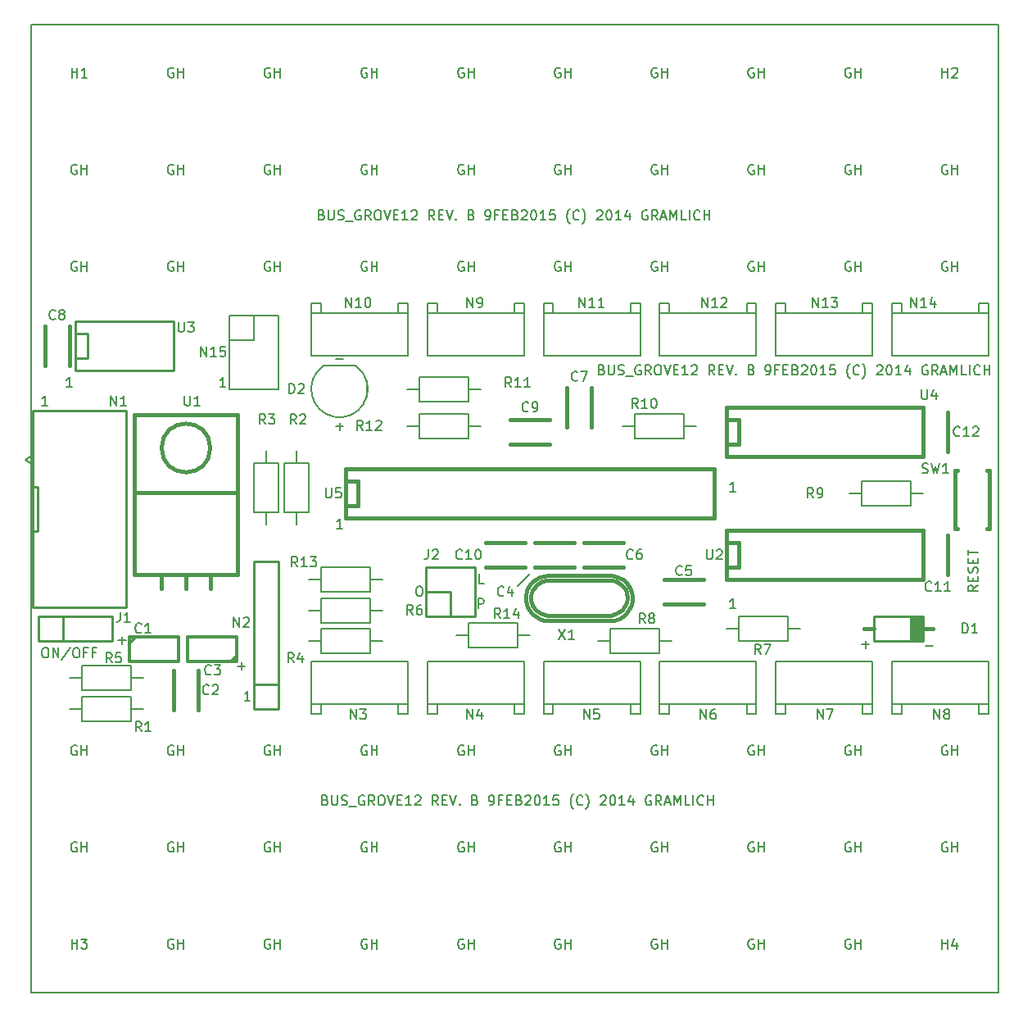
<source format=gto>
%FSLAX36Y36*%
G04 Gerber Fmt 3.6, Leading zero omitted, Abs format (unit inch)*
G04 Created by KiCad (PCBNEW (2014-jul-16 BZR unknown)-product) date Mon 09 Feb 2015 07:56:14 AM PST*
%MOIN*%
G01*
G04 APERTURE LIST*
%ADD10C,0.003937*%
%ADD11C,0.008000*%
%ADD12C,0.012000*%
%ADD13C,0.015000*%
%ADD14C,0.010000*%
%ADD15C,0.005906*%
%ADD16C,0.006000*%
G04 APERTURE END LIST*
D10*
D11*
X4292143Y-3372143D02*
X4297857Y-3374048D01*
X4299762Y-3375952D01*
X4301667Y-3379762D01*
X4301667Y-3385476D01*
X4299762Y-3389286D01*
X4297857Y-3391190D01*
X4294048Y-3393095D01*
X4278810Y-3393095D01*
X4278810Y-3353095D01*
X4292143Y-3353095D01*
X4295952Y-3355000D01*
X4297857Y-3356905D01*
X4299762Y-3360714D01*
X4299762Y-3364524D01*
X4297857Y-3368333D01*
X4295952Y-3370238D01*
X4292143Y-3372143D01*
X4278810Y-3372143D01*
X4318810Y-3353095D02*
X4318810Y-3385476D01*
X4320714Y-3389286D01*
X4322619Y-3391190D01*
X4326429Y-3393095D01*
X4334048Y-3393095D01*
X4337857Y-3391190D01*
X4339762Y-3389286D01*
X4341667Y-3385476D01*
X4341667Y-3353095D01*
X4358810Y-3391190D02*
X4364524Y-3393095D01*
X4374048Y-3393095D01*
X4377857Y-3391190D01*
X4379762Y-3389286D01*
X4381667Y-3385476D01*
X4381667Y-3381667D01*
X4379762Y-3377857D01*
X4377857Y-3375952D01*
X4374048Y-3374048D01*
X4366429Y-3372143D01*
X4362619Y-3370238D01*
X4360714Y-3368333D01*
X4358810Y-3364524D01*
X4358810Y-3360714D01*
X4360714Y-3356905D01*
X4362619Y-3355000D01*
X4366429Y-3353095D01*
X4375952Y-3353095D01*
X4381667Y-3355000D01*
X4389286Y-3396905D02*
X4419762Y-3396905D01*
X4450238Y-3355000D02*
X4446429Y-3353095D01*
X4440714Y-3353095D01*
X4435000Y-3355000D01*
X4431191Y-3358810D01*
X4429286Y-3362619D01*
X4427381Y-3370238D01*
X4427381Y-3375952D01*
X4429286Y-3383571D01*
X4431191Y-3387381D01*
X4435000Y-3391190D01*
X4440714Y-3393095D01*
X4444524Y-3393095D01*
X4450238Y-3391190D01*
X4452143Y-3389286D01*
X4452143Y-3375952D01*
X4444524Y-3375952D01*
X4492143Y-3393095D02*
X4478810Y-3374048D01*
X4469286Y-3393095D02*
X4469286Y-3353095D01*
X4484524Y-3353095D01*
X4488333Y-3355000D01*
X4490238Y-3356905D01*
X4492143Y-3360714D01*
X4492143Y-3366429D01*
X4490238Y-3370238D01*
X4488333Y-3372143D01*
X4484524Y-3374048D01*
X4469286Y-3374048D01*
X4516905Y-3353095D02*
X4524524Y-3353095D01*
X4528333Y-3355000D01*
X4532143Y-3358810D01*
X4534048Y-3366429D01*
X4534048Y-3379762D01*
X4532143Y-3387381D01*
X4528333Y-3391190D01*
X4524524Y-3393095D01*
X4516905Y-3393095D01*
X4513095Y-3391190D01*
X4509286Y-3387381D01*
X4507381Y-3379762D01*
X4507381Y-3366429D01*
X4509286Y-3358810D01*
X4513095Y-3355000D01*
X4516905Y-3353095D01*
X4545476Y-3353095D02*
X4558810Y-3393095D01*
X4572143Y-3353095D01*
X4585476Y-3372143D02*
X4598810Y-3372143D01*
X4604524Y-3393095D02*
X4585476Y-3393095D01*
X4585476Y-3353095D01*
X4604524Y-3353095D01*
X4642619Y-3393095D02*
X4619762Y-3393095D01*
X4631191Y-3393095D02*
X4631191Y-3353095D01*
X4627381Y-3358810D01*
X4623571Y-3362619D01*
X4619762Y-3364524D01*
X4657857Y-3356905D02*
X4659762Y-3355000D01*
X4663571Y-3353095D01*
X4673095Y-3353095D01*
X4676905Y-3355000D01*
X4678810Y-3356905D01*
X4680714Y-3360714D01*
X4680714Y-3364524D01*
X4678810Y-3370238D01*
X4655952Y-3393095D01*
X4680714Y-3393095D01*
X4751191Y-3393095D02*
X4737857Y-3374048D01*
X4728333Y-3393095D02*
X4728333Y-3353095D01*
X4743571Y-3353095D01*
X4747381Y-3355000D01*
X4749286Y-3356905D01*
X4751191Y-3360714D01*
X4751191Y-3366429D01*
X4749286Y-3370238D01*
X4747381Y-3372143D01*
X4743571Y-3374048D01*
X4728333Y-3374048D01*
X4768333Y-3372143D02*
X4781667Y-3372143D01*
X4787381Y-3393095D02*
X4768333Y-3393095D01*
X4768333Y-3353095D01*
X4787381Y-3353095D01*
X4798810Y-3353095D02*
X4812143Y-3393095D01*
X4825476Y-3353095D01*
X4838810Y-3389286D02*
X4840714Y-3391190D01*
X4838810Y-3393095D01*
X4836905Y-3391190D01*
X4838810Y-3389286D01*
X4838810Y-3393095D01*
X4901667Y-3372143D02*
X4907381Y-3374048D01*
X4909286Y-3375952D01*
X4911191Y-3379762D01*
X4911191Y-3385476D01*
X4909286Y-3389286D01*
X4907381Y-3391190D01*
X4903571Y-3393095D01*
X4888333Y-3393095D01*
X4888333Y-3353095D01*
X4901667Y-3353095D01*
X4905476Y-3355000D01*
X4907381Y-3356905D01*
X4909286Y-3360714D01*
X4909286Y-3364524D01*
X4907381Y-3368333D01*
X4905476Y-3370238D01*
X4901667Y-3372143D01*
X4888333Y-3372143D01*
X4960714Y-3393095D02*
X4968333Y-3393095D01*
X4972143Y-3391190D01*
X4974048Y-3389286D01*
X4977857Y-3383571D01*
X4979762Y-3375952D01*
X4979762Y-3360714D01*
X4977857Y-3356905D01*
X4975952Y-3355000D01*
X4972143Y-3353095D01*
X4964524Y-3353095D01*
X4960714Y-3355000D01*
X4958810Y-3356905D01*
X4956905Y-3360714D01*
X4956905Y-3370238D01*
X4958810Y-3374048D01*
X4960714Y-3375952D01*
X4964524Y-3377857D01*
X4972143Y-3377857D01*
X4975952Y-3375952D01*
X4977857Y-3374048D01*
X4979762Y-3370238D01*
X5010238Y-3372143D02*
X4996905Y-3372143D01*
X4996905Y-3393095D02*
X4996905Y-3353095D01*
X5015952Y-3353095D01*
X5031191Y-3372143D02*
X5044524Y-3372143D01*
X5050238Y-3393095D02*
X5031191Y-3393095D01*
X5031191Y-3353095D01*
X5050238Y-3353095D01*
X5080714Y-3372143D02*
X5086429Y-3374048D01*
X5088333Y-3375952D01*
X5090238Y-3379762D01*
X5090238Y-3385476D01*
X5088333Y-3389286D01*
X5086429Y-3391190D01*
X5082619Y-3393095D01*
X5067381Y-3393095D01*
X5067381Y-3353095D01*
X5080714Y-3353095D01*
X5084524Y-3355000D01*
X5086429Y-3356905D01*
X5088333Y-3360714D01*
X5088333Y-3364524D01*
X5086429Y-3368333D01*
X5084524Y-3370238D01*
X5080714Y-3372143D01*
X5067381Y-3372143D01*
X5105476Y-3356905D02*
X5107381Y-3355000D01*
X5111191Y-3353095D01*
X5120714Y-3353095D01*
X5124524Y-3355000D01*
X5126429Y-3356905D01*
X5128333Y-3360714D01*
X5128333Y-3364524D01*
X5126429Y-3370238D01*
X5103571Y-3393095D01*
X5128333Y-3393095D01*
X5153095Y-3353095D02*
X5156905Y-3353095D01*
X5160714Y-3355000D01*
X5162619Y-3356905D01*
X5164524Y-3360714D01*
X5166429Y-3368333D01*
X5166429Y-3377857D01*
X5164524Y-3385476D01*
X5162619Y-3389286D01*
X5160714Y-3391190D01*
X5156905Y-3393095D01*
X5153095Y-3393095D01*
X5149286Y-3391190D01*
X5147381Y-3389286D01*
X5145476Y-3385476D01*
X5143571Y-3377857D01*
X5143571Y-3368333D01*
X5145476Y-3360714D01*
X5147381Y-3356905D01*
X5149286Y-3355000D01*
X5153095Y-3353095D01*
X5204524Y-3393095D02*
X5181667Y-3393095D01*
X5193095Y-3393095D02*
X5193095Y-3353095D01*
X5189286Y-3358810D01*
X5185476Y-3362619D01*
X5181667Y-3364524D01*
X5240714Y-3353095D02*
X5221667Y-3353095D01*
X5219762Y-3372143D01*
X5221667Y-3370238D01*
X5225476Y-3368333D01*
X5235000Y-3368333D01*
X5238810Y-3370238D01*
X5240714Y-3372143D01*
X5242619Y-3375952D01*
X5242619Y-3385476D01*
X5240714Y-3389286D01*
X5238810Y-3391190D01*
X5235000Y-3393095D01*
X5225476Y-3393095D01*
X5221667Y-3391190D01*
X5219762Y-3389286D01*
X5301667Y-3408333D02*
X5299762Y-3406429D01*
X5295952Y-3400714D01*
X5294048Y-3396905D01*
X5292143Y-3391190D01*
X5290238Y-3381667D01*
X5290238Y-3374048D01*
X5292143Y-3364524D01*
X5294048Y-3358810D01*
X5295952Y-3355000D01*
X5299762Y-3349286D01*
X5301667Y-3347381D01*
X5339762Y-3389286D02*
X5337857Y-3391190D01*
X5332143Y-3393095D01*
X5328333Y-3393095D01*
X5322619Y-3391190D01*
X5318810Y-3387381D01*
X5316905Y-3383571D01*
X5315000Y-3375952D01*
X5315000Y-3370238D01*
X5316905Y-3362619D01*
X5318810Y-3358810D01*
X5322619Y-3355000D01*
X5328333Y-3353095D01*
X5332143Y-3353095D01*
X5337857Y-3355000D01*
X5339762Y-3356905D01*
X5353095Y-3408333D02*
X5355000Y-3406429D01*
X5358810Y-3400714D01*
X5360714Y-3396905D01*
X5362619Y-3391190D01*
X5364524Y-3381667D01*
X5364524Y-3374048D01*
X5362619Y-3364524D01*
X5360714Y-3358810D01*
X5358810Y-3355000D01*
X5355000Y-3349286D01*
X5353095Y-3347381D01*
X5412143Y-3356905D02*
X5414048Y-3355000D01*
X5417857Y-3353095D01*
X5427381Y-3353095D01*
X5431190Y-3355000D01*
X5433095Y-3356905D01*
X5435000Y-3360714D01*
X5435000Y-3364524D01*
X5433095Y-3370238D01*
X5410238Y-3393095D01*
X5435000Y-3393095D01*
X5459762Y-3353095D02*
X5463571Y-3353095D01*
X5467381Y-3355000D01*
X5469286Y-3356905D01*
X5471190Y-3360714D01*
X5473095Y-3368333D01*
X5473095Y-3377857D01*
X5471190Y-3385476D01*
X5469286Y-3389286D01*
X5467381Y-3391190D01*
X5463571Y-3393095D01*
X5459762Y-3393095D01*
X5455952Y-3391190D01*
X5454048Y-3389286D01*
X5452143Y-3385476D01*
X5450238Y-3377857D01*
X5450238Y-3368333D01*
X5452143Y-3360714D01*
X5454048Y-3356905D01*
X5455952Y-3355000D01*
X5459762Y-3353095D01*
X5511190Y-3393095D02*
X5488333Y-3393095D01*
X5499762Y-3393095D02*
X5499762Y-3353095D01*
X5495952Y-3358810D01*
X5492143Y-3362619D01*
X5488333Y-3364524D01*
X5545476Y-3366429D02*
X5545476Y-3393095D01*
X5535952Y-3351190D02*
X5526429Y-3379762D01*
X5551190Y-3379762D01*
X5617857Y-3355000D02*
X5614048Y-3353095D01*
X5608333Y-3353095D01*
X5602619Y-3355000D01*
X5598809Y-3358810D01*
X5596905Y-3362619D01*
X5595000Y-3370238D01*
X5595000Y-3375952D01*
X5596905Y-3383571D01*
X5598809Y-3387381D01*
X5602619Y-3391190D01*
X5608333Y-3393095D01*
X5612143Y-3393095D01*
X5617857Y-3391190D01*
X5619762Y-3389286D01*
X5619762Y-3375952D01*
X5612143Y-3375952D01*
X5659762Y-3393095D02*
X5646429Y-3374048D01*
X5636905Y-3393095D02*
X5636905Y-3353095D01*
X5652143Y-3353095D01*
X5655952Y-3355000D01*
X5657857Y-3356905D01*
X5659762Y-3360714D01*
X5659762Y-3366429D01*
X5657857Y-3370238D01*
X5655952Y-3372143D01*
X5652143Y-3374048D01*
X5636905Y-3374048D01*
X5675000Y-3381667D02*
X5694048Y-3381667D01*
X5671190Y-3393095D02*
X5684524Y-3353095D01*
X5697857Y-3393095D01*
X5711190Y-3393095D02*
X5711190Y-3353095D01*
X5724524Y-3381667D01*
X5737857Y-3353095D01*
X5737857Y-3393095D01*
X5775952Y-3393095D02*
X5756905Y-3393095D01*
X5756905Y-3353095D01*
X5789286Y-3393095D02*
X5789286Y-3353095D01*
X5831190Y-3389286D02*
X5829286Y-3391190D01*
X5823571Y-3393095D01*
X5819762Y-3393095D01*
X5814048Y-3391190D01*
X5810238Y-3387381D01*
X5808333Y-3383571D01*
X5806429Y-3375952D01*
X5806429Y-3370238D01*
X5808333Y-3362619D01*
X5810238Y-3358810D01*
X5814048Y-3355000D01*
X5819762Y-3353095D01*
X5823571Y-3353095D01*
X5829286Y-3355000D01*
X5831190Y-3356905D01*
X5848333Y-3393095D02*
X5848333Y-3353095D01*
X5848333Y-3372143D02*
X5871190Y-3372143D01*
X5871190Y-3393095D02*
X5871190Y-3353095D01*
X3167143Y-5122143D02*
X3172857Y-5124048D01*
X3174762Y-5125952D01*
X3176667Y-5129762D01*
X3176667Y-5135476D01*
X3174762Y-5139286D01*
X3172857Y-5141190D01*
X3169048Y-5143095D01*
X3153810Y-5143095D01*
X3153810Y-5103095D01*
X3167143Y-5103095D01*
X3170952Y-5105000D01*
X3172857Y-5106905D01*
X3174762Y-5110714D01*
X3174762Y-5114524D01*
X3172857Y-5118333D01*
X3170952Y-5120238D01*
X3167143Y-5122143D01*
X3153810Y-5122143D01*
X3193810Y-5103095D02*
X3193810Y-5135476D01*
X3195714Y-5139286D01*
X3197619Y-5141190D01*
X3201429Y-5143095D01*
X3209048Y-5143095D01*
X3212857Y-5141190D01*
X3214762Y-5139286D01*
X3216667Y-5135476D01*
X3216667Y-5103095D01*
X3233810Y-5141190D02*
X3239524Y-5143095D01*
X3249048Y-5143095D01*
X3252857Y-5141190D01*
X3254762Y-5139286D01*
X3256667Y-5135476D01*
X3256667Y-5131667D01*
X3254762Y-5127857D01*
X3252857Y-5125952D01*
X3249048Y-5124048D01*
X3241429Y-5122143D01*
X3237619Y-5120238D01*
X3235714Y-5118333D01*
X3233810Y-5114524D01*
X3233810Y-5110714D01*
X3235714Y-5106905D01*
X3237619Y-5105000D01*
X3241429Y-5103095D01*
X3250952Y-5103095D01*
X3256667Y-5105000D01*
X3264286Y-5146905D02*
X3294762Y-5146905D01*
X3325238Y-5105000D02*
X3321429Y-5103095D01*
X3315714Y-5103095D01*
X3310000Y-5105000D01*
X3306191Y-5108810D01*
X3304286Y-5112619D01*
X3302381Y-5120238D01*
X3302381Y-5125952D01*
X3304286Y-5133571D01*
X3306191Y-5137381D01*
X3310000Y-5141190D01*
X3315714Y-5143095D01*
X3319524Y-5143095D01*
X3325238Y-5141190D01*
X3327143Y-5139286D01*
X3327143Y-5125952D01*
X3319524Y-5125952D01*
X3367143Y-5143095D02*
X3353810Y-5124048D01*
X3344286Y-5143095D02*
X3344286Y-5103095D01*
X3359524Y-5103095D01*
X3363333Y-5105000D01*
X3365238Y-5106905D01*
X3367143Y-5110714D01*
X3367143Y-5116429D01*
X3365238Y-5120238D01*
X3363333Y-5122143D01*
X3359524Y-5124048D01*
X3344286Y-5124048D01*
X3391905Y-5103095D02*
X3399524Y-5103095D01*
X3403333Y-5105000D01*
X3407143Y-5108810D01*
X3409048Y-5116429D01*
X3409048Y-5129762D01*
X3407143Y-5137381D01*
X3403333Y-5141190D01*
X3399524Y-5143095D01*
X3391905Y-5143095D01*
X3388095Y-5141190D01*
X3384286Y-5137381D01*
X3382381Y-5129762D01*
X3382381Y-5116429D01*
X3384286Y-5108810D01*
X3388095Y-5105000D01*
X3391905Y-5103095D01*
X3420476Y-5103095D02*
X3433810Y-5143095D01*
X3447143Y-5103095D01*
X3460476Y-5122143D02*
X3473810Y-5122143D01*
X3479524Y-5143095D02*
X3460476Y-5143095D01*
X3460476Y-5103095D01*
X3479524Y-5103095D01*
X3517619Y-5143095D02*
X3494762Y-5143095D01*
X3506191Y-5143095D02*
X3506191Y-5103095D01*
X3502381Y-5108810D01*
X3498571Y-5112619D01*
X3494762Y-5114524D01*
X3532857Y-5106905D02*
X3534762Y-5105000D01*
X3538571Y-5103095D01*
X3548095Y-5103095D01*
X3551905Y-5105000D01*
X3553810Y-5106905D01*
X3555714Y-5110714D01*
X3555714Y-5114524D01*
X3553810Y-5120238D01*
X3530952Y-5143095D01*
X3555714Y-5143095D01*
X3626191Y-5143095D02*
X3612857Y-5124048D01*
X3603333Y-5143095D02*
X3603333Y-5103095D01*
X3618571Y-5103095D01*
X3622381Y-5105000D01*
X3624286Y-5106905D01*
X3626191Y-5110714D01*
X3626191Y-5116429D01*
X3624286Y-5120238D01*
X3622381Y-5122143D01*
X3618571Y-5124048D01*
X3603333Y-5124048D01*
X3643333Y-5122143D02*
X3656667Y-5122143D01*
X3662381Y-5143095D02*
X3643333Y-5143095D01*
X3643333Y-5103095D01*
X3662381Y-5103095D01*
X3673810Y-5103095D02*
X3687143Y-5143095D01*
X3700476Y-5103095D01*
X3713810Y-5139286D02*
X3715714Y-5141190D01*
X3713810Y-5143095D01*
X3711905Y-5141190D01*
X3713810Y-5139286D01*
X3713810Y-5143095D01*
X3776667Y-5122143D02*
X3782381Y-5124048D01*
X3784286Y-5125952D01*
X3786191Y-5129762D01*
X3786191Y-5135476D01*
X3784286Y-5139286D01*
X3782381Y-5141190D01*
X3778571Y-5143095D01*
X3763333Y-5143095D01*
X3763333Y-5103095D01*
X3776667Y-5103095D01*
X3780476Y-5105000D01*
X3782381Y-5106905D01*
X3784286Y-5110714D01*
X3784286Y-5114524D01*
X3782381Y-5118333D01*
X3780476Y-5120238D01*
X3776667Y-5122143D01*
X3763333Y-5122143D01*
X3835714Y-5143095D02*
X3843333Y-5143095D01*
X3847143Y-5141190D01*
X3849048Y-5139286D01*
X3852857Y-5133571D01*
X3854762Y-5125952D01*
X3854762Y-5110714D01*
X3852857Y-5106905D01*
X3850952Y-5105000D01*
X3847143Y-5103095D01*
X3839524Y-5103095D01*
X3835714Y-5105000D01*
X3833810Y-5106905D01*
X3831905Y-5110714D01*
X3831905Y-5120238D01*
X3833810Y-5124048D01*
X3835714Y-5125952D01*
X3839524Y-5127857D01*
X3847143Y-5127857D01*
X3850952Y-5125952D01*
X3852857Y-5124048D01*
X3854762Y-5120238D01*
X3885238Y-5122143D02*
X3871905Y-5122143D01*
X3871905Y-5143095D02*
X3871905Y-5103095D01*
X3890952Y-5103095D01*
X3906191Y-5122143D02*
X3919524Y-5122143D01*
X3925238Y-5143095D02*
X3906191Y-5143095D01*
X3906191Y-5103095D01*
X3925238Y-5103095D01*
X3955714Y-5122143D02*
X3961429Y-5124048D01*
X3963333Y-5125952D01*
X3965238Y-5129762D01*
X3965238Y-5135476D01*
X3963333Y-5139286D01*
X3961429Y-5141190D01*
X3957619Y-5143095D01*
X3942381Y-5143095D01*
X3942381Y-5103095D01*
X3955714Y-5103095D01*
X3959524Y-5105000D01*
X3961429Y-5106905D01*
X3963333Y-5110714D01*
X3963333Y-5114524D01*
X3961429Y-5118333D01*
X3959524Y-5120238D01*
X3955714Y-5122143D01*
X3942381Y-5122143D01*
X3980476Y-5106905D02*
X3982381Y-5105000D01*
X3986191Y-5103095D01*
X3995714Y-5103095D01*
X3999524Y-5105000D01*
X4001429Y-5106905D01*
X4003333Y-5110714D01*
X4003333Y-5114524D01*
X4001429Y-5120238D01*
X3978571Y-5143095D01*
X4003333Y-5143095D01*
X4028095Y-5103095D02*
X4031905Y-5103095D01*
X4035714Y-5105000D01*
X4037619Y-5106905D01*
X4039524Y-5110714D01*
X4041429Y-5118333D01*
X4041429Y-5127857D01*
X4039524Y-5135476D01*
X4037619Y-5139286D01*
X4035714Y-5141190D01*
X4031905Y-5143095D01*
X4028095Y-5143095D01*
X4024286Y-5141190D01*
X4022381Y-5139286D01*
X4020476Y-5135476D01*
X4018571Y-5127857D01*
X4018571Y-5118333D01*
X4020476Y-5110714D01*
X4022381Y-5106905D01*
X4024286Y-5105000D01*
X4028095Y-5103095D01*
X4079524Y-5143095D02*
X4056667Y-5143095D01*
X4068095Y-5143095D02*
X4068095Y-5103095D01*
X4064286Y-5108810D01*
X4060476Y-5112619D01*
X4056667Y-5114524D01*
X4115714Y-5103095D02*
X4096667Y-5103095D01*
X4094762Y-5122143D01*
X4096667Y-5120238D01*
X4100476Y-5118333D01*
X4110000Y-5118333D01*
X4113810Y-5120238D01*
X4115714Y-5122143D01*
X4117619Y-5125952D01*
X4117619Y-5135476D01*
X4115714Y-5139286D01*
X4113810Y-5141190D01*
X4110000Y-5143095D01*
X4100476Y-5143095D01*
X4096667Y-5141190D01*
X4094762Y-5139286D01*
X4176667Y-5158333D02*
X4174762Y-5156429D01*
X4170952Y-5150714D01*
X4169048Y-5146905D01*
X4167143Y-5141190D01*
X4165238Y-5131667D01*
X4165238Y-5124048D01*
X4167143Y-5114524D01*
X4169048Y-5108810D01*
X4170952Y-5105000D01*
X4174762Y-5099286D01*
X4176667Y-5097381D01*
X4214762Y-5139286D02*
X4212857Y-5141190D01*
X4207143Y-5143095D01*
X4203333Y-5143095D01*
X4197619Y-5141190D01*
X4193810Y-5137381D01*
X4191905Y-5133571D01*
X4190000Y-5125952D01*
X4190000Y-5120238D01*
X4191905Y-5112619D01*
X4193810Y-5108810D01*
X4197619Y-5105000D01*
X4203333Y-5103095D01*
X4207143Y-5103095D01*
X4212857Y-5105000D01*
X4214762Y-5106905D01*
X4228095Y-5158333D02*
X4230000Y-5156429D01*
X4233810Y-5150714D01*
X4235714Y-5146905D01*
X4237619Y-5141190D01*
X4239524Y-5131667D01*
X4239524Y-5124048D01*
X4237619Y-5114524D01*
X4235714Y-5108810D01*
X4233810Y-5105000D01*
X4230000Y-5099286D01*
X4228095Y-5097381D01*
X4287143Y-5106905D02*
X4289048Y-5105000D01*
X4292857Y-5103095D01*
X4302381Y-5103095D01*
X4306190Y-5105000D01*
X4308095Y-5106905D01*
X4310000Y-5110714D01*
X4310000Y-5114524D01*
X4308095Y-5120238D01*
X4285238Y-5143095D01*
X4310000Y-5143095D01*
X4334762Y-5103095D02*
X4338571Y-5103095D01*
X4342381Y-5105000D01*
X4344286Y-5106905D01*
X4346190Y-5110714D01*
X4348095Y-5118333D01*
X4348095Y-5127857D01*
X4346190Y-5135476D01*
X4344286Y-5139286D01*
X4342381Y-5141190D01*
X4338571Y-5143095D01*
X4334762Y-5143095D01*
X4330952Y-5141190D01*
X4329048Y-5139286D01*
X4327143Y-5135476D01*
X4325238Y-5127857D01*
X4325238Y-5118333D01*
X4327143Y-5110714D01*
X4329048Y-5106905D01*
X4330952Y-5105000D01*
X4334762Y-5103095D01*
X4386190Y-5143095D02*
X4363333Y-5143095D01*
X4374762Y-5143095D02*
X4374762Y-5103095D01*
X4370952Y-5108810D01*
X4367143Y-5112619D01*
X4363333Y-5114524D01*
X4420476Y-5116429D02*
X4420476Y-5143095D01*
X4410952Y-5101190D02*
X4401429Y-5129762D01*
X4426190Y-5129762D01*
X4492857Y-5105000D02*
X4489048Y-5103095D01*
X4483333Y-5103095D01*
X4477619Y-5105000D01*
X4473809Y-5108810D01*
X4471905Y-5112619D01*
X4470000Y-5120238D01*
X4470000Y-5125952D01*
X4471905Y-5133571D01*
X4473809Y-5137381D01*
X4477619Y-5141190D01*
X4483333Y-5143095D01*
X4487143Y-5143095D01*
X4492857Y-5141190D01*
X4494762Y-5139286D01*
X4494762Y-5125952D01*
X4487143Y-5125952D01*
X4534762Y-5143095D02*
X4521429Y-5124048D01*
X4511905Y-5143095D02*
X4511905Y-5103095D01*
X4527143Y-5103095D01*
X4530952Y-5105000D01*
X4532857Y-5106905D01*
X4534762Y-5110714D01*
X4534762Y-5116429D01*
X4532857Y-5120238D01*
X4530952Y-5122143D01*
X4527143Y-5124048D01*
X4511905Y-5124048D01*
X4550000Y-5131667D02*
X4569048Y-5131667D01*
X4546190Y-5143095D02*
X4559524Y-5103095D01*
X4572857Y-5143095D01*
X4586190Y-5143095D02*
X4586190Y-5103095D01*
X4599524Y-5131667D01*
X4612857Y-5103095D01*
X4612857Y-5143095D01*
X4650952Y-5143095D02*
X4631905Y-5143095D01*
X4631905Y-5103095D01*
X4664286Y-5143095D02*
X4664286Y-5103095D01*
X4706190Y-5139286D02*
X4704286Y-5141190D01*
X4698571Y-5143095D01*
X4694762Y-5143095D01*
X4689048Y-5141190D01*
X4685238Y-5137381D01*
X4683333Y-5133571D01*
X4681429Y-5125952D01*
X4681429Y-5120238D01*
X4683333Y-5112619D01*
X4685238Y-5108810D01*
X4689048Y-5105000D01*
X4694762Y-5103095D01*
X4698571Y-5103095D01*
X4704286Y-5105000D01*
X4706190Y-5106905D01*
X4723333Y-5143095D02*
X4723333Y-5103095D01*
X4723333Y-5122143D02*
X4746190Y-5122143D01*
X4746190Y-5143095D02*
X4746190Y-5103095D01*
X3546191Y-4253095D02*
X3553810Y-4253095D01*
X3557619Y-4255000D01*
X3561429Y-4258810D01*
X3563333Y-4266429D01*
X3563333Y-4279762D01*
X3561429Y-4287381D01*
X3557619Y-4291190D01*
X3553810Y-4293095D01*
X3546191Y-4293095D01*
X3542381Y-4291190D01*
X3538571Y-4287381D01*
X3536667Y-4279762D01*
X3536667Y-4266429D01*
X3538571Y-4258810D01*
X3542381Y-4255000D01*
X3546191Y-4253095D01*
X3789524Y-4343095D02*
X3789524Y-4303095D01*
X3804762Y-4303095D01*
X3808571Y-4305000D01*
X3810476Y-4306905D01*
X3812381Y-4310714D01*
X3812381Y-4316429D01*
X3810476Y-4320238D01*
X3808571Y-4322143D01*
X3804762Y-4324048D01*
X3789524Y-4324048D01*
X3812381Y-4243095D02*
X3793333Y-4243095D01*
X3793333Y-4203095D01*
X3152143Y-2742143D02*
X3157857Y-2744048D01*
X3159762Y-2745952D01*
X3161667Y-2749762D01*
X3161667Y-2755476D01*
X3159762Y-2759286D01*
X3157857Y-2761190D01*
X3154048Y-2763095D01*
X3138810Y-2763095D01*
X3138810Y-2723095D01*
X3152143Y-2723095D01*
X3155952Y-2725000D01*
X3157857Y-2726905D01*
X3159762Y-2730714D01*
X3159762Y-2734524D01*
X3157857Y-2738333D01*
X3155952Y-2740238D01*
X3152143Y-2742143D01*
X3138810Y-2742143D01*
X3178810Y-2723095D02*
X3178810Y-2755476D01*
X3180714Y-2759286D01*
X3182619Y-2761190D01*
X3186429Y-2763095D01*
X3194048Y-2763095D01*
X3197857Y-2761190D01*
X3199762Y-2759286D01*
X3201667Y-2755476D01*
X3201667Y-2723095D01*
X3218810Y-2761190D02*
X3224524Y-2763095D01*
X3234048Y-2763095D01*
X3237857Y-2761190D01*
X3239762Y-2759286D01*
X3241667Y-2755476D01*
X3241667Y-2751667D01*
X3239762Y-2747857D01*
X3237857Y-2745952D01*
X3234048Y-2744048D01*
X3226429Y-2742143D01*
X3222619Y-2740238D01*
X3220714Y-2738333D01*
X3218810Y-2734524D01*
X3218810Y-2730714D01*
X3220714Y-2726905D01*
X3222619Y-2725000D01*
X3226429Y-2723095D01*
X3235952Y-2723095D01*
X3241667Y-2725000D01*
X3249286Y-2766905D02*
X3279762Y-2766905D01*
X3310238Y-2725000D02*
X3306429Y-2723095D01*
X3300714Y-2723095D01*
X3295000Y-2725000D01*
X3291191Y-2728810D01*
X3289286Y-2732619D01*
X3287381Y-2740238D01*
X3287381Y-2745952D01*
X3289286Y-2753571D01*
X3291191Y-2757381D01*
X3295000Y-2761190D01*
X3300714Y-2763095D01*
X3304524Y-2763095D01*
X3310238Y-2761190D01*
X3312143Y-2759286D01*
X3312143Y-2745952D01*
X3304524Y-2745952D01*
X3352143Y-2763095D02*
X3338810Y-2744048D01*
X3329286Y-2763095D02*
X3329286Y-2723095D01*
X3344524Y-2723095D01*
X3348333Y-2725000D01*
X3350238Y-2726905D01*
X3352143Y-2730714D01*
X3352143Y-2736429D01*
X3350238Y-2740238D01*
X3348333Y-2742143D01*
X3344524Y-2744048D01*
X3329286Y-2744048D01*
X3376905Y-2723095D02*
X3384524Y-2723095D01*
X3388333Y-2725000D01*
X3392143Y-2728810D01*
X3394048Y-2736429D01*
X3394048Y-2749762D01*
X3392143Y-2757381D01*
X3388333Y-2761190D01*
X3384524Y-2763095D01*
X3376905Y-2763095D01*
X3373095Y-2761190D01*
X3369286Y-2757381D01*
X3367381Y-2749762D01*
X3367381Y-2736429D01*
X3369286Y-2728810D01*
X3373095Y-2725000D01*
X3376905Y-2723095D01*
X3405476Y-2723095D02*
X3418810Y-2763095D01*
X3432143Y-2723095D01*
X3445476Y-2742143D02*
X3458810Y-2742143D01*
X3464524Y-2763095D02*
X3445476Y-2763095D01*
X3445476Y-2723095D01*
X3464524Y-2723095D01*
X3502619Y-2763095D02*
X3479762Y-2763095D01*
X3491191Y-2763095D02*
X3491191Y-2723095D01*
X3487381Y-2728810D01*
X3483571Y-2732619D01*
X3479762Y-2734524D01*
X3517857Y-2726905D02*
X3519762Y-2725000D01*
X3523571Y-2723095D01*
X3533095Y-2723095D01*
X3536905Y-2725000D01*
X3538810Y-2726905D01*
X3540714Y-2730714D01*
X3540714Y-2734524D01*
X3538810Y-2740238D01*
X3515952Y-2763095D01*
X3540714Y-2763095D01*
X3611191Y-2763095D02*
X3597857Y-2744048D01*
X3588333Y-2763095D02*
X3588333Y-2723095D01*
X3603571Y-2723095D01*
X3607381Y-2725000D01*
X3609286Y-2726905D01*
X3611191Y-2730714D01*
X3611191Y-2736429D01*
X3609286Y-2740238D01*
X3607381Y-2742143D01*
X3603571Y-2744048D01*
X3588333Y-2744048D01*
X3628333Y-2742143D02*
X3641667Y-2742143D01*
X3647381Y-2763095D02*
X3628333Y-2763095D01*
X3628333Y-2723095D01*
X3647381Y-2723095D01*
X3658810Y-2723095D02*
X3672143Y-2763095D01*
X3685476Y-2723095D01*
X3698810Y-2759286D02*
X3700714Y-2761190D01*
X3698810Y-2763095D01*
X3696905Y-2761190D01*
X3698810Y-2759286D01*
X3698810Y-2763095D01*
X3761667Y-2742143D02*
X3767381Y-2744048D01*
X3769286Y-2745952D01*
X3771191Y-2749762D01*
X3771191Y-2755476D01*
X3769286Y-2759286D01*
X3767381Y-2761190D01*
X3763571Y-2763095D01*
X3748333Y-2763095D01*
X3748333Y-2723095D01*
X3761667Y-2723095D01*
X3765476Y-2725000D01*
X3767381Y-2726905D01*
X3769286Y-2730714D01*
X3769286Y-2734524D01*
X3767381Y-2738333D01*
X3765476Y-2740238D01*
X3761667Y-2742143D01*
X3748333Y-2742143D01*
X3820714Y-2763095D02*
X3828333Y-2763095D01*
X3832143Y-2761190D01*
X3834048Y-2759286D01*
X3837857Y-2753571D01*
X3839762Y-2745952D01*
X3839762Y-2730714D01*
X3837857Y-2726905D01*
X3835952Y-2725000D01*
X3832143Y-2723095D01*
X3824524Y-2723095D01*
X3820714Y-2725000D01*
X3818810Y-2726905D01*
X3816905Y-2730714D01*
X3816905Y-2740238D01*
X3818810Y-2744048D01*
X3820714Y-2745952D01*
X3824524Y-2747857D01*
X3832143Y-2747857D01*
X3835952Y-2745952D01*
X3837857Y-2744048D01*
X3839762Y-2740238D01*
X3870238Y-2742143D02*
X3856905Y-2742143D01*
X3856905Y-2763095D02*
X3856905Y-2723095D01*
X3875952Y-2723095D01*
X3891191Y-2742143D02*
X3904524Y-2742143D01*
X3910238Y-2763095D02*
X3891191Y-2763095D01*
X3891191Y-2723095D01*
X3910238Y-2723095D01*
X3940714Y-2742143D02*
X3946429Y-2744048D01*
X3948333Y-2745952D01*
X3950238Y-2749762D01*
X3950238Y-2755476D01*
X3948333Y-2759286D01*
X3946429Y-2761190D01*
X3942619Y-2763095D01*
X3927381Y-2763095D01*
X3927381Y-2723095D01*
X3940714Y-2723095D01*
X3944524Y-2725000D01*
X3946429Y-2726905D01*
X3948333Y-2730714D01*
X3948333Y-2734524D01*
X3946429Y-2738333D01*
X3944524Y-2740238D01*
X3940714Y-2742143D01*
X3927381Y-2742143D01*
X3965476Y-2726905D02*
X3967381Y-2725000D01*
X3971191Y-2723095D01*
X3980714Y-2723095D01*
X3984524Y-2725000D01*
X3986429Y-2726905D01*
X3988333Y-2730714D01*
X3988333Y-2734524D01*
X3986429Y-2740238D01*
X3963571Y-2763095D01*
X3988333Y-2763095D01*
X4013095Y-2723095D02*
X4016905Y-2723095D01*
X4020714Y-2725000D01*
X4022619Y-2726905D01*
X4024524Y-2730714D01*
X4026429Y-2738333D01*
X4026429Y-2747857D01*
X4024524Y-2755476D01*
X4022619Y-2759286D01*
X4020714Y-2761190D01*
X4016905Y-2763095D01*
X4013095Y-2763095D01*
X4009286Y-2761190D01*
X4007381Y-2759286D01*
X4005476Y-2755476D01*
X4003571Y-2747857D01*
X4003571Y-2738333D01*
X4005476Y-2730714D01*
X4007381Y-2726905D01*
X4009286Y-2725000D01*
X4013095Y-2723095D01*
X4064524Y-2763095D02*
X4041667Y-2763095D01*
X4053095Y-2763095D02*
X4053095Y-2723095D01*
X4049286Y-2728810D01*
X4045476Y-2732619D01*
X4041667Y-2734524D01*
X4100714Y-2723095D02*
X4081667Y-2723095D01*
X4079762Y-2742143D01*
X4081667Y-2740238D01*
X4085476Y-2738333D01*
X4095000Y-2738333D01*
X4098810Y-2740238D01*
X4100714Y-2742143D01*
X4102619Y-2745952D01*
X4102619Y-2755476D01*
X4100714Y-2759286D01*
X4098810Y-2761190D01*
X4095000Y-2763095D01*
X4085476Y-2763095D01*
X4081667Y-2761190D01*
X4079762Y-2759286D01*
X4161667Y-2778333D02*
X4159762Y-2776429D01*
X4155952Y-2770714D01*
X4154048Y-2766905D01*
X4152143Y-2761190D01*
X4150238Y-2751667D01*
X4150238Y-2744048D01*
X4152143Y-2734524D01*
X4154048Y-2728810D01*
X4155952Y-2725000D01*
X4159762Y-2719286D01*
X4161667Y-2717381D01*
X4199762Y-2759286D02*
X4197857Y-2761190D01*
X4192143Y-2763095D01*
X4188333Y-2763095D01*
X4182619Y-2761190D01*
X4178810Y-2757381D01*
X4176905Y-2753571D01*
X4175000Y-2745952D01*
X4175000Y-2740238D01*
X4176905Y-2732619D01*
X4178810Y-2728810D01*
X4182619Y-2725000D01*
X4188333Y-2723095D01*
X4192143Y-2723095D01*
X4197857Y-2725000D01*
X4199762Y-2726905D01*
X4213095Y-2778333D02*
X4215000Y-2776429D01*
X4218810Y-2770714D01*
X4220714Y-2766905D01*
X4222619Y-2761190D01*
X4224524Y-2751667D01*
X4224524Y-2744048D01*
X4222619Y-2734524D01*
X4220714Y-2728810D01*
X4218810Y-2725000D01*
X4215000Y-2719286D01*
X4213095Y-2717381D01*
X4272143Y-2726905D02*
X4274048Y-2725000D01*
X4277857Y-2723095D01*
X4287381Y-2723095D01*
X4291190Y-2725000D01*
X4293095Y-2726905D01*
X4295000Y-2730714D01*
X4295000Y-2734524D01*
X4293095Y-2740238D01*
X4270238Y-2763095D01*
X4295000Y-2763095D01*
X4319762Y-2723095D02*
X4323571Y-2723095D01*
X4327381Y-2725000D01*
X4329286Y-2726905D01*
X4331190Y-2730714D01*
X4333095Y-2738333D01*
X4333095Y-2747857D01*
X4331190Y-2755476D01*
X4329286Y-2759286D01*
X4327381Y-2761190D01*
X4323571Y-2763095D01*
X4319762Y-2763095D01*
X4315952Y-2761190D01*
X4314048Y-2759286D01*
X4312143Y-2755476D01*
X4310238Y-2747857D01*
X4310238Y-2738333D01*
X4312143Y-2730714D01*
X4314048Y-2726905D01*
X4315952Y-2725000D01*
X4319762Y-2723095D01*
X4371190Y-2763095D02*
X4348333Y-2763095D01*
X4359762Y-2763095D02*
X4359762Y-2723095D01*
X4355952Y-2728810D01*
X4352143Y-2732619D01*
X4348333Y-2734524D01*
X4405476Y-2736429D02*
X4405476Y-2763095D01*
X4395952Y-2721190D02*
X4386429Y-2749762D01*
X4411190Y-2749762D01*
X4477857Y-2725000D02*
X4474048Y-2723095D01*
X4468333Y-2723095D01*
X4462619Y-2725000D01*
X4458809Y-2728810D01*
X4456905Y-2732619D01*
X4455000Y-2740238D01*
X4455000Y-2745952D01*
X4456905Y-2753571D01*
X4458809Y-2757381D01*
X4462619Y-2761190D01*
X4468333Y-2763095D01*
X4472143Y-2763095D01*
X4477857Y-2761190D01*
X4479762Y-2759286D01*
X4479762Y-2745952D01*
X4472143Y-2745952D01*
X4519762Y-2763095D02*
X4506429Y-2744048D01*
X4496905Y-2763095D02*
X4496905Y-2723095D01*
X4512143Y-2723095D01*
X4515952Y-2725000D01*
X4517857Y-2726905D01*
X4519762Y-2730714D01*
X4519762Y-2736429D01*
X4517857Y-2740238D01*
X4515952Y-2742143D01*
X4512143Y-2744048D01*
X4496905Y-2744048D01*
X4535000Y-2751667D02*
X4554048Y-2751667D01*
X4531190Y-2763095D02*
X4544524Y-2723095D01*
X4557857Y-2763095D01*
X4571190Y-2763095D02*
X4571190Y-2723095D01*
X4584524Y-2751667D01*
X4597857Y-2723095D01*
X4597857Y-2763095D01*
X4635952Y-2763095D02*
X4616905Y-2763095D01*
X4616905Y-2723095D01*
X4649286Y-2763095D02*
X4649286Y-2723095D01*
X4691190Y-2759286D02*
X4689286Y-2761190D01*
X4683571Y-2763095D01*
X4679762Y-2763095D01*
X4674048Y-2761190D01*
X4670238Y-2757381D01*
X4668333Y-2753571D01*
X4666429Y-2745952D01*
X4666429Y-2740238D01*
X4668333Y-2732619D01*
X4670238Y-2728810D01*
X4674048Y-2725000D01*
X4679762Y-2723095D01*
X4683571Y-2723095D01*
X4689286Y-2725000D01*
X4691190Y-2726905D01*
X4708333Y-2763095D02*
X4708333Y-2723095D01*
X4708333Y-2742143D02*
X4731190Y-2742143D01*
X4731190Y-2763095D02*
X4731190Y-2723095D01*
X5823095Y-4248095D02*
X5804048Y-4261429D01*
X5823095Y-4270952D02*
X5783095Y-4270952D01*
X5783095Y-4255714D01*
X5785000Y-4251905D01*
X5786905Y-4250000D01*
X5790714Y-4248095D01*
X5796429Y-4248095D01*
X5800238Y-4250000D01*
X5802143Y-4251905D01*
X5804048Y-4255714D01*
X5804048Y-4270952D01*
X5802143Y-4230952D02*
X5802143Y-4217619D01*
X5823095Y-4211905D02*
X5823095Y-4230952D01*
X5783095Y-4230952D01*
X5783095Y-4211905D01*
X5821190Y-4196667D02*
X5823095Y-4190952D01*
X5823095Y-4181429D01*
X5821190Y-4177619D01*
X5819286Y-4175714D01*
X5815476Y-4173810D01*
X5811667Y-4173810D01*
X5807857Y-4175714D01*
X5805952Y-4177619D01*
X5804048Y-4181429D01*
X5802143Y-4189048D01*
X5800238Y-4192857D01*
X5798333Y-4194762D01*
X5794524Y-4196667D01*
X5790714Y-4196667D01*
X5786905Y-4194762D01*
X5785000Y-4192857D01*
X5783095Y-4189048D01*
X5783095Y-4179524D01*
X5785000Y-4173810D01*
X5802143Y-4156667D02*
X5802143Y-4143333D01*
X5823095Y-4137619D02*
X5823095Y-4156667D01*
X5783095Y-4156667D01*
X5783095Y-4137619D01*
X5783095Y-4126190D02*
X5783095Y-4103333D01*
X5823095Y-4114762D02*
X5783095Y-4114762D01*
X2036429Y-3518095D02*
X2013571Y-3518095D01*
X2025000Y-3518095D02*
X2025000Y-3478095D01*
X2021191Y-3483810D01*
X2017381Y-3487619D01*
X2013571Y-3489524D01*
X4836429Y-4343095D02*
X4813571Y-4343095D01*
X4825000Y-4343095D02*
X4825000Y-4303095D01*
X4821191Y-4308810D01*
X4817381Y-4312619D01*
X4813571Y-4314524D01*
X4836429Y-3868095D02*
X4813571Y-3868095D01*
X4825000Y-3868095D02*
X4825000Y-3828095D01*
X4821191Y-3833810D01*
X4817381Y-3837619D01*
X4813571Y-3839524D01*
X2761429Y-3443095D02*
X2738571Y-3443095D01*
X2750000Y-3443095D02*
X2750000Y-3403095D01*
X2746191Y-3408810D01*
X2742381Y-3412619D01*
X2738571Y-3414524D01*
X2136429Y-3443095D02*
X2113571Y-3443095D01*
X2125000Y-3443095D02*
X2125000Y-3403095D01*
X2121191Y-3408810D01*
X2117381Y-3412619D01*
X2113571Y-3414524D01*
X2861429Y-4718095D02*
X2838571Y-4718095D01*
X2850000Y-4718095D02*
X2850000Y-4678095D01*
X2846191Y-4683810D01*
X2842381Y-4687619D01*
X2838571Y-4689524D01*
X3236429Y-4018095D02*
X3213571Y-4018095D01*
X3225000Y-4018095D02*
X3225000Y-3978095D01*
X3221191Y-3983810D01*
X3217381Y-3987619D01*
X3213571Y-3989524D01*
X4000000Y-4200000D02*
X3950000Y-4250000D01*
X2809762Y-4577857D02*
X2840238Y-4577857D01*
X2825000Y-4593095D02*
X2825000Y-4562619D01*
X2324762Y-4472857D02*
X2355238Y-4472857D01*
X2340000Y-4488095D02*
X2340000Y-4457619D01*
X2024048Y-4503095D02*
X2031667Y-4503095D01*
X2035476Y-4505000D01*
X2039286Y-4508810D01*
X2041190Y-4516429D01*
X2041190Y-4529762D01*
X2039286Y-4537381D01*
X2035476Y-4541190D01*
X2031667Y-4543095D01*
X2024048Y-4543095D01*
X2020238Y-4541190D01*
X2016429Y-4537381D01*
X2014524Y-4529762D01*
X2014524Y-4516429D01*
X2016429Y-4508810D01*
X2020238Y-4505000D01*
X2024048Y-4503095D01*
X2058333Y-4543095D02*
X2058333Y-4503095D01*
X2081190Y-4543095D01*
X2081190Y-4503095D01*
X2128810Y-4501190D02*
X2094524Y-4552619D01*
X2149762Y-4503095D02*
X2157381Y-4503095D01*
X2161190Y-4505000D01*
X2165000Y-4508810D01*
X2166905Y-4516429D01*
X2166905Y-4529762D01*
X2165000Y-4537381D01*
X2161190Y-4541190D01*
X2157381Y-4543095D01*
X2149762Y-4543095D01*
X2145952Y-4541190D01*
X2142143Y-4537381D01*
X2140238Y-4529762D01*
X2140238Y-4516429D01*
X2142143Y-4508810D01*
X2145952Y-4505000D01*
X2149762Y-4503095D01*
X2197381Y-4522143D02*
X2184048Y-4522143D01*
X2184048Y-4543095D02*
X2184048Y-4503095D01*
X2203095Y-4503095D01*
X2231667Y-4522143D02*
X2218333Y-4522143D01*
X2218333Y-4543095D02*
X2218333Y-4503095D01*
X2237381Y-4503095D01*
X1968504Y-5905512D02*
X1968504Y-1968504D01*
X1968504Y-5905512D02*
X5905512Y-5905512D01*
X5905512Y-1968504D02*
X5905512Y-5905512D01*
X1968504Y-1968504D02*
X5905512Y-1968504D01*
D12*
X2372866Y-4458858D02*
X2570866Y-4458858D01*
X2570866Y-4458858D02*
X2570866Y-4558858D01*
X2570866Y-4558858D02*
X2370866Y-4558858D01*
X2370866Y-4558858D02*
X2370866Y-4458858D01*
X2370866Y-4483858D02*
X2395866Y-4458858D01*
D13*
X2650000Y-4755000D02*
X2650000Y-4595000D01*
X2550000Y-4595000D02*
X2550000Y-4755000D01*
D12*
X2805087Y-4558858D02*
X2607087Y-4558858D01*
X2607087Y-4558858D02*
X2607087Y-4458858D01*
X2607087Y-4458858D02*
X2807087Y-4458858D01*
X2807087Y-4458858D02*
X2807087Y-4558858D01*
X2807087Y-4533858D02*
X2782087Y-4558858D01*
D13*
X4020000Y-4175000D02*
X4180000Y-4175000D01*
X4180000Y-4075000D02*
X4020000Y-4075000D01*
X4705000Y-4225000D02*
X4545000Y-4225000D01*
X4545000Y-4325000D02*
X4705000Y-4325000D01*
X4380000Y-4075000D02*
X4220000Y-4075000D01*
X4220000Y-4175000D02*
X4380000Y-4175000D01*
X4150000Y-3445000D02*
X4150000Y-3605000D01*
X4250000Y-3605000D02*
X4250000Y-3445000D01*
X2025000Y-3195000D02*
X2025000Y-3355000D01*
X2125000Y-3355000D02*
X2125000Y-3195000D01*
X3920000Y-3675000D02*
X4080000Y-3675000D01*
X4080000Y-3575000D02*
X3920000Y-3575000D01*
X3980000Y-4075000D02*
X3820000Y-4075000D01*
X3820000Y-4175000D02*
X3980000Y-4175000D01*
X5600000Y-4045000D02*
X5600000Y-4205000D01*
X5700000Y-4205000D02*
X5700000Y-4045000D01*
X5600000Y-3545000D02*
X5600000Y-3705000D01*
X5700000Y-3705000D02*
X5700000Y-3545000D01*
X5400000Y-4425000D02*
X5360000Y-4425000D01*
X5590000Y-4425000D02*
X5640000Y-4425000D01*
D14*
X5580000Y-4375000D02*
X5580000Y-4475000D01*
X5570000Y-4375000D02*
X5570000Y-4475000D01*
X5560000Y-4375000D02*
X5560000Y-4475000D01*
X5590000Y-4375000D02*
X5590000Y-4475000D01*
X5550000Y-4375000D02*
X5600000Y-4475000D01*
X5600000Y-4375000D02*
X5550000Y-4475000D01*
X5550000Y-4375000D02*
X5550000Y-4475000D01*
X5575000Y-4375000D02*
X5575000Y-4475000D01*
X5600000Y-4475000D02*
X5600000Y-4375000D01*
X5600000Y-4375000D02*
X5400000Y-4375000D01*
X5400000Y-4375000D02*
X5400000Y-4475000D01*
X5400000Y-4475000D02*
X5600000Y-4475000D01*
X2100000Y-4475000D02*
X2300000Y-4475000D01*
X2300000Y-4475000D02*
X2300000Y-4375000D01*
X2300000Y-4375000D02*
X2100000Y-4375000D01*
X2000000Y-4375000D02*
X2100000Y-4375000D01*
X2100000Y-4375000D02*
X2100000Y-4475000D01*
X2000000Y-4375000D02*
X2000000Y-4475000D01*
X2000000Y-4475000D02*
X2100000Y-4475000D01*
D15*
X1945354Y-3737008D02*
X1975354Y-3717008D01*
X1945354Y-3737008D02*
X1975354Y-3757008D01*
D14*
X1975354Y-4027008D02*
X1995354Y-4027008D01*
X1995354Y-4027008D02*
X1995354Y-3847008D01*
X1995354Y-3847008D02*
X1975354Y-3847008D01*
X2355354Y-3537008D02*
X2355354Y-4337008D01*
X2355354Y-4337008D02*
X1975354Y-4337008D01*
X1975354Y-4337008D02*
X1975354Y-3537008D01*
X1975354Y-3537008D02*
X2355354Y-3537008D01*
X2875000Y-4650000D02*
X2875000Y-4150000D01*
X2875000Y-4150000D02*
X2975000Y-4150000D01*
X2975000Y-4150000D02*
X2975000Y-4650000D01*
X2875000Y-4750000D02*
X2875000Y-4650000D01*
X2875000Y-4650000D02*
X2975000Y-4650000D01*
X2875000Y-4750000D02*
X2975000Y-4750000D01*
X2975000Y-4750000D02*
X2975000Y-4650000D01*
D15*
X2875000Y-3150000D02*
X2875000Y-3250000D01*
X2875000Y-3250000D02*
X2775000Y-3250000D01*
X2775000Y-3150000D02*
X2775000Y-3450000D01*
X2775000Y-3450000D02*
X2975000Y-3450000D01*
X2975000Y-3450000D02*
X2975000Y-3250000D01*
X2775000Y-3150000D02*
X2875000Y-3150000D01*
X2975000Y-3150000D02*
X2875000Y-3150000D01*
X2975000Y-3250000D02*
X2975000Y-3150000D01*
D13*
X5868900Y-3781900D02*
X5859100Y-3781900D01*
X5868900Y-4018100D02*
X5859100Y-4018100D01*
X5731100Y-3781900D02*
X5740900Y-3781900D01*
X5731100Y-4018100D02*
X5740900Y-4018100D01*
X5868900Y-4018100D02*
X5868900Y-3781900D01*
X5731100Y-4018100D02*
X5731100Y-3781900D01*
X2500000Y-4205000D02*
X2500000Y-4260000D01*
X2600000Y-4205000D02*
X2600000Y-4260000D01*
X2700000Y-4205000D02*
X2700000Y-4260000D01*
X2698995Y-3690000D02*
G75*
G03X2698995Y-3690000I-98995J0D01*
G74*
G01*
X2810000Y-3870000D02*
X2810000Y-3555000D01*
X2810000Y-3555000D02*
X2390000Y-3555000D01*
X2390000Y-3555000D02*
X2390000Y-3870000D01*
X2810000Y-4205000D02*
X2810000Y-3870000D01*
X2810000Y-3870000D02*
X2390000Y-3870000D01*
X2390000Y-3870000D02*
X2390000Y-4205000D01*
X2600000Y-4205000D02*
X2390000Y-4205000D01*
X2600000Y-4205000D02*
X2810000Y-4205000D01*
X4800000Y-4025000D02*
X5600000Y-4025000D01*
X5600000Y-4225000D02*
X4800000Y-4225000D01*
X4800000Y-4225000D02*
X4800000Y-4025000D01*
X4800000Y-4075000D02*
X4850000Y-4075000D01*
X4850000Y-4075000D02*
X4850000Y-4175000D01*
X4850000Y-4175000D02*
X4800000Y-4175000D01*
X5600000Y-4025000D02*
X5600000Y-4225000D01*
D14*
X2150000Y-3225000D02*
X2200000Y-3225000D01*
X2200000Y-3225000D02*
X2200000Y-3325000D01*
X2200000Y-3325000D02*
X2150000Y-3325000D01*
X2150000Y-3175000D02*
X2550000Y-3175000D01*
X2550000Y-3175000D02*
X2550000Y-3375000D01*
X2550000Y-3375000D02*
X2150000Y-3375000D01*
X2150000Y-3375000D02*
X2150000Y-3175000D01*
D13*
X4800000Y-3525000D02*
X5600000Y-3525000D01*
X5600000Y-3725000D02*
X4800000Y-3725000D01*
X4800000Y-3725000D02*
X4800000Y-3525000D01*
X4800000Y-3575000D02*
X4850000Y-3575000D01*
X4850000Y-3575000D02*
X4850000Y-3675000D01*
X4850000Y-3675000D02*
X4800000Y-3675000D01*
X5600000Y-3525000D02*
X5600000Y-3725000D01*
X3250000Y-3775000D02*
X4750000Y-3775000D01*
X4750000Y-3775000D02*
X4750000Y-3975000D01*
X4750000Y-3975000D02*
X3250000Y-3975000D01*
X3250000Y-3975000D02*
X3250000Y-3775000D01*
X3250000Y-3825000D02*
X3300000Y-3825000D01*
X3300000Y-3825000D02*
X3300000Y-3925000D01*
X3300000Y-3925000D02*
X3250000Y-3925000D01*
X4385000Y-4260600D02*
X4392900Y-4276400D01*
X4392900Y-4276400D02*
X4396900Y-4300000D01*
X4396900Y-4300000D02*
X4392900Y-4319700D01*
X4392900Y-4319700D02*
X4377200Y-4347200D01*
X4377200Y-4347200D02*
X4353500Y-4363000D01*
X4353500Y-4363000D02*
X4329900Y-4370900D01*
X4329900Y-4370900D02*
X4070100Y-4370900D01*
X4070100Y-4370900D02*
X4042500Y-4363000D01*
X4042500Y-4363000D02*
X4026800Y-4351200D01*
X4026800Y-4351200D02*
X4011000Y-4331500D01*
X4011000Y-4331500D02*
X4003100Y-4307900D01*
X4003100Y-4307900D02*
X4003100Y-4288200D01*
X4003100Y-4288200D02*
X4011000Y-4268500D01*
X4011000Y-4268500D02*
X4030700Y-4244900D01*
X4030700Y-4244900D02*
X4050400Y-4233100D01*
X4050400Y-4233100D02*
X4070100Y-4229100D01*
X4074000Y-4229100D02*
X4333900Y-4229100D01*
X4333900Y-4229100D02*
X4349600Y-4233100D01*
X4349600Y-4233100D02*
X4369300Y-4244900D01*
X4369300Y-4244900D02*
X4389000Y-4264600D01*
X4074400Y-4208300D02*
X4056300Y-4210200D01*
X4056300Y-4210200D02*
X4040600Y-4214600D01*
X4040600Y-4214600D02*
X4023600Y-4223200D01*
X4023600Y-4223200D02*
X4012200Y-4232300D01*
X4012200Y-4232300D02*
X3999200Y-4246100D01*
X3999200Y-4246100D02*
X3987800Y-4267300D01*
X3987800Y-4267300D02*
X3982700Y-4290900D01*
X3982700Y-4290900D02*
X3982700Y-4311000D01*
X3982700Y-4311000D02*
X3989400Y-4338600D01*
X3989400Y-4338600D02*
X4005100Y-4361800D01*
X4005100Y-4361800D02*
X4023200Y-4376400D01*
X4023200Y-4376400D02*
X4039800Y-4384600D01*
X4039800Y-4384600D02*
X4057500Y-4390900D01*
X4057500Y-4390900D02*
X4074800Y-4392100D01*
X4363800Y-4383500D02*
X4378700Y-4374800D01*
X4378700Y-4374800D02*
X4391300Y-4363800D01*
X4391300Y-4363800D02*
X4401200Y-4350800D01*
X4401200Y-4350800D02*
X4413000Y-4329100D01*
X4413000Y-4329100D02*
X4417300Y-4310600D01*
X4417300Y-4310600D02*
X4418100Y-4292500D01*
X4418100Y-4292500D02*
X4414600Y-4274400D01*
X4414600Y-4274400D02*
X4407100Y-4256700D01*
X4407100Y-4256700D02*
X4392900Y-4238200D01*
X4392900Y-4238200D02*
X4379100Y-4225600D01*
X4379100Y-4225600D02*
X4363800Y-4216500D01*
X4363800Y-4216500D02*
X4346900Y-4211000D01*
X4346900Y-4211000D02*
X4329500Y-4208300D01*
X4074000Y-4391700D02*
X4328000Y-4391700D01*
X4328000Y-4391700D02*
X4344500Y-4390200D01*
X4344500Y-4390200D02*
X4363800Y-4383500D01*
X4074000Y-4208300D02*
X4328000Y-4208300D01*
D15*
X3503937Y-4732283D02*
X3503937Y-4771654D01*
X3503937Y-4771654D02*
X3464567Y-4771654D01*
X3464567Y-4771654D02*
X3464567Y-4732283D01*
X3110236Y-4732283D02*
X3110236Y-4771654D01*
X3110236Y-4771654D02*
X3149606Y-4771654D01*
X3149606Y-4771654D02*
X3149606Y-4732283D01*
X3110236Y-4732283D02*
X3503937Y-4732283D01*
X3110236Y-4559055D02*
X3503937Y-4559055D01*
X3503937Y-4732283D02*
X3503937Y-4559055D01*
X3110236Y-4559055D02*
X3110236Y-4732283D01*
X3976378Y-4732283D02*
X3976378Y-4771654D01*
X3976378Y-4771654D02*
X3937008Y-4771654D01*
X3937008Y-4771654D02*
X3937008Y-4732283D01*
X3582677Y-4732283D02*
X3582677Y-4771654D01*
X3582677Y-4771654D02*
X3622047Y-4771654D01*
X3622047Y-4771654D02*
X3622047Y-4732283D01*
X3582677Y-4732283D02*
X3976378Y-4732283D01*
X3582677Y-4559055D02*
X3976378Y-4559055D01*
X3976378Y-4732283D02*
X3976378Y-4559055D01*
X3582677Y-4559055D02*
X3582677Y-4732283D01*
X4448819Y-4732283D02*
X4448819Y-4771654D01*
X4448819Y-4771654D02*
X4409449Y-4771654D01*
X4409449Y-4771654D02*
X4409449Y-4732283D01*
X4055118Y-4732283D02*
X4055118Y-4771654D01*
X4055118Y-4771654D02*
X4094488Y-4771654D01*
X4094488Y-4771654D02*
X4094488Y-4732283D01*
X4055118Y-4732283D02*
X4448819Y-4732283D01*
X4055118Y-4559055D02*
X4448819Y-4559055D01*
X4448819Y-4732283D02*
X4448819Y-4559055D01*
X4055118Y-4559055D02*
X4055118Y-4732283D01*
X4921260Y-4732283D02*
X4921260Y-4771654D01*
X4921260Y-4771654D02*
X4881890Y-4771654D01*
X4881890Y-4771654D02*
X4881890Y-4732283D01*
X4527559Y-4732283D02*
X4527559Y-4771654D01*
X4527559Y-4771654D02*
X4566929Y-4771654D01*
X4566929Y-4771654D02*
X4566929Y-4732283D01*
X4527559Y-4732283D02*
X4921260Y-4732283D01*
X4527559Y-4559055D02*
X4921260Y-4559055D01*
X4921260Y-4732283D02*
X4921260Y-4559055D01*
X4527559Y-4559055D02*
X4527559Y-4732283D01*
X5393701Y-4732283D02*
X5393701Y-4771654D01*
X5393701Y-4771654D02*
X5354331Y-4771654D01*
X5354331Y-4771654D02*
X5354331Y-4732283D01*
X5000000Y-4732283D02*
X5000000Y-4771654D01*
X5000000Y-4771654D02*
X5039370Y-4771654D01*
X5039370Y-4771654D02*
X5039370Y-4732283D01*
X5000000Y-4732283D02*
X5393701Y-4732283D01*
X5000000Y-4559055D02*
X5393701Y-4559055D01*
X5393701Y-4732283D02*
X5393701Y-4559055D01*
X5000000Y-4559055D02*
X5000000Y-4732283D01*
X5866142Y-4732283D02*
X5866142Y-4771654D01*
X5866142Y-4771654D02*
X5826772Y-4771654D01*
X5826772Y-4771654D02*
X5826772Y-4732283D01*
X5472441Y-4732283D02*
X5472441Y-4771654D01*
X5472441Y-4771654D02*
X5511811Y-4771654D01*
X5511811Y-4771654D02*
X5511811Y-4732283D01*
X5472441Y-4732283D02*
X5866142Y-4732283D01*
X5472441Y-4559055D02*
X5866142Y-4559055D01*
X5866142Y-4732283D02*
X5866142Y-4559055D01*
X5472441Y-4559055D02*
X5472441Y-4732283D01*
X3582677Y-3141732D02*
X3582677Y-3102362D01*
X3582677Y-3102362D02*
X3622047Y-3102362D01*
X3622047Y-3102362D02*
X3622047Y-3141732D01*
X3976378Y-3141732D02*
X3976378Y-3102362D01*
X3976378Y-3102362D02*
X3937008Y-3102362D01*
X3937008Y-3102362D02*
X3937008Y-3141732D01*
X3976378Y-3141732D02*
X3582677Y-3141732D01*
X3976378Y-3314961D02*
X3582677Y-3314961D01*
X3582677Y-3141732D02*
X3582677Y-3314961D01*
X3976378Y-3314961D02*
X3976378Y-3141732D01*
X3110236Y-3141732D02*
X3110236Y-3102362D01*
X3110236Y-3102362D02*
X3149606Y-3102362D01*
X3149606Y-3102362D02*
X3149606Y-3141732D01*
X3503937Y-3141732D02*
X3503937Y-3102362D01*
X3503937Y-3102362D02*
X3464567Y-3102362D01*
X3464567Y-3102362D02*
X3464567Y-3141732D01*
X3503937Y-3141732D02*
X3110236Y-3141732D01*
X3503937Y-3314961D02*
X3110236Y-3314961D01*
X3110236Y-3141732D02*
X3110236Y-3314961D01*
X3503937Y-3314961D02*
X3503937Y-3141732D01*
X4055118Y-3141732D02*
X4055118Y-3102362D01*
X4055118Y-3102362D02*
X4094488Y-3102362D01*
X4094488Y-3102362D02*
X4094488Y-3141732D01*
X4448819Y-3141732D02*
X4448819Y-3102362D01*
X4448819Y-3102362D02*
X4409449Y-3102362D01*
X4409449Y-3102362D02*
X4409449Y-3141732D01*
X4448819Y-3141732D02*
X4055118Y-3141732D01*
X4448819Y-3314961D02*
X4055118Y-3314961D01*
X4055118Y-3141732D02*
X4055118Y-3314961D01*
X4448819Y-3314961D02*
X4448819Y-3141732D01*
X4527559Y-3141732D02*
X4527559Y-3102362D01*
X4527559Y-3102362D02*
X4566929Y-3102362D01*
X4566929Y-3102362D02*
X4566929Y-3141732D01*
X4921260Y-3141732D02*
X4921260Y-3102362D01*
X4921260Y-3102362D02*
X4881890Y-3102362D01*
X4881890Y-3102362D02*
X4881890Y-3141732D01*
X4921260Y-3141732D02*
X4527559Y-3141732D01*
X4921260Y-3314961D02*
X4527559Y-3314961D01*
X4527559Y-3141732D02*
X4527559Y-3314961D01*
X4921260Y-3314961D02*
X4921260Y-3141732D01*
X5000000Y-3141732D02*
X5000000Y-3102362D01*
X5000000Y-3102362D02*
X5039370Y-3102362D01*
X5039370Y-3102362D02*
X5039370Y-3141732D01*
X5393701Y-3141732D02*
X5393701Y-3102362D01*
X5393701Y-3102362D02*
X5354331Y-3102362D01*
X5354331Y-3102362D02*
X5354331Y-3141732D01*
X5393701Y-3141732D02*
X5000000Y-3141732D01*
X5393701Y-3314961D02*
X5000000Y-3314961D01*
X5000000Y-3141732D02*
X5000000Y-3314961D01*
X5393701Y-3314961D02*
X5393701Y-3141732D01*
X5472441Y-3141732D02*
X5472441Y-3102362D01*
X5472441Y-3102362D02*
X5511811Y-3102362D01*
X5511811Y-3102362D02*
X5511811Y-3141732D01*
X5866142Y-3141732D02*
X5866142Y-3102362D01*
X5866142Y-3102362D02*
X5826772Y-3102362D01*
X5826772Y-3102362D02*
X5826772Y-3141732D01*
X5866142Y-3141732D02*
X5472441Y-3141732D01*
X5866142Y-3314961D02*
X5472441Y-3314961D01*
X5472441Y-3141732D02*
X5472441Y-3314961D01*
X5866142Y-3314961D02*
X5866142Y-3141732D01*
X3320000Y-3515000D02*
G75*
G03X3290000Y-3355000I-95000J65000D01*
G74*
G01*
X3290000Y-3355000D02*
X3160000Y-3355000D01*
X3160000Y-3355000D02*
G75*
G03X3320000Y-3385000I65000J-95000D01*
G74*
G01*
D14*
X3575000Y-4275000D02*
X3575000Y-4375000D01*
X3575000Y-4375000D02*
X3675000Y-4375000D01*
X3675000Y-4375000D02*
X3675000Y-4275000D01*
X3675000Y-4275000D02*
X3575000Y-4275000D01*
X3575000Y-4275000D02*
X3575000Y-4175000D01*
X3575000Y-4175000D02*
X3775000Y-4175000D01*
X3775000Y-4175000D02*
X3775000Y-4375000D01*
X3775000Y-4375000D02*
X3675000Y-4375000D01*
D15*
X3950000Y-4450000D02*
X4000000Y-4450000D01*
X3750000Y-4450000D02*
X3700000Y-4450000D01*
X3750000Y-4400000D02*
X3750000Y-4500000D01*
X3750000Y-4500000D02*
X3950000Y-4500000D01*
X3950000Y-4500000D02*
X3950000Y-4400000D01*
X3950000Y-4400000D02*
X3750000Y-4400000D01*
X3150000Y-4225000D02*
X3100000Y-4225000D01*
X3350000Y-4225000D02*
X3400000Y-4225000D01*
X3350000Y-4275000D02*
X3350000Y-4175000D01*
X3350000Y-4175000D02*
X3150000Y-4175000D01*
X3150000Y-4175000D02*
X3150000Y-4275000D01*
X3150000Y-4275000D02*
X3350000Y-4275000D01*
X2175000Y-4625000D02*
X2125000Y-4625000D01*
X2375000Y-4625000D02*
X2425000Y-4625000D01*
X2375000Y-4675000D02*
X2375000Y-4575000D01*
X2375000Y-4575000D02*
X2175000Y-4575000D01*
X2175000Y-4575000D02*
X2175000Y-4675000D01*
X2175000Y-4675000D02*
X2375000Y-4675000D01*
X2375000Y-4750000D02*
X2425000Y-4750000D01*
X2175000Y-4750000D02*
X2125000Y-4750000D01*
X2175000Y-4700000D02*
X2175000Y-4800000D01*
X2175000Y-4800000D02*
X2375000Y-4800000D01*
X2375000Y-4800000D02*
X2375000Y-4700000D01*
X2375000Y-4700000D02*
X2175000Y-4700000D01*
X3750000Y-3600000D02*
X3800000Y-3600000D01*
X3550000Y-3600000D02*
X3500000Y-3600000D01*
X3550000Y-3550000D02*
X3550000Y-3650000D01*
X3550000Y-3650000D02*
X3750000Y-3650000D01*
X3750000Y-3650000D02*
X3750000Y-3550000D01*
X3750000Y-3550000D02*
X3550000Y-3550000D01*
X3750000Y-3450000D02*
X3800000Y-3450000D01*
X3550000Y-3450000D02*
X3500000Y-3450000D01*
X3550000Y-3400000D02*
X3550000Y-3500000D01*
X3550000Y-3500000D02*
X3750000Y-3500000D01*
X3750000Y-3500000D02*
X3750000Y-3400000D01*
X3750000Y-3400000D02*
X3550000Y-3400000D01*
X4625000Y-3600000D02*
X4675000Y-3600000D01*
X4425000Y-3600000D02*
X4375000Y-3600000D01*
X4425000Y-3550000D02*
X4425000Y-3650000D01*
X4425000Y-3650000D02*
X4625000Y-3650000D01*
X4625000Y-3650000D02*
X4625000Y-3550000D01*
X4625000Y-3550000D02*
X4425000Y-3550000D01*
X5350000Y-3875000D02*
X5300000Y-3875000D01*
X5550000Y-3875000D02*
X5600000Y-3875000D01*
X5550000Y-3925000D02*
X5550000Y-3825000D01*
X5550000Y-3825000D02*
X5350000Y-3825000D01*
X5350000Y-3825000D02*
X5350000Y-3925000D01*
X5350000Y-3925000D02*
X5550000Y-3925000D01*
X4325000Y-4475000D02*
X4275000Y-4475000D01*
X4525000Y-4475000D02*
X4575000Y-4475000D01*
X4525000Y-4525000D02*
X4525000Y-4425000D01*
X4525000Y-4425000D02*
X4325000Y-4425000D01*
X4325000Y-4425000D02*
X4325000Y-4525000D01*
X4325000Y-4525000D02*
X4525000Y-4525000D01*
X5050000Y-4425000D02*
X5100000Y-4425000D01*
X4850000Y-4425000D02*
X4800000Y-4425000D01*
X4850000Y-4375000D02*
X4850000Y-4475000D01*
X4850000Y-4475000D02*
X5050000Y-4475000D01*
X5050000Y-4475000D02*
X5050000Y-4375000D01*
X5050000Y-4375000D02*
X4850000Y-4375000D01*
X3350000Y-4350000D02*
X3400000Y-4350000D01*
X3150000Y-4350000D02*
X3100000Y-4350000D01*
X3150000Y-4300000D02*
X3150000Y-4400000D01*
X3150000Y-4400000D02*
X3350000Y-4400000D01*
X3350000Y-4400000D02*
X3350000Y-4300000D01*
X3350000Y-4300000D02*
X3150000Y-4300000D01*
X3350000Y-4475000D02*
X3400000Y-4475000D01*
X3150000Y-4475000D02*
X3100000Y-4475000D01*
X3150000Y-4425000D02*
X3150000Y-4525000D01*
X3150000Y-4525000D02*
X3350000Y-4525000D01*
X3350000Y-4525000D02*
X3350000Y-4425000D01*
X3350000Y-4425000D02*
X3150000Y-4425000D01*
X2925000Y-3950000D02*
X2925000Y-4000000D01*
X2925000Y-3750000D02*
X2925000Y-3700000D01*
X2975000Y-3750000D02*
X2875000Y-3750000D01*
X2875000Y-3750000D02*
X2875000Y-3950000D01*
X2875000Y-3950000D02*
X2975000Y-3950000D01*
X2975000Y-3950000D02*
X2975000Y-3750000D01*
X3050000Y-3750000D02*
X3050000Y-3700000D01*
X3050000Y-3950000D02*
X3050000Y-4000000D01*
X3000000Y-3950000D02*
X3100000Y-3950000D01*
X3100000Y-3950000D02*
X3100000Y-3750000D01*
X3100000Y-3750000D02*
X3000000Y-3750000D01*
X3000000Y-3750000D02*
X3000000Y-3950000D01*
D11*
X2418333Y-4439286D02*
X2416429Y-4441190D01*
X2410714Y-4443095D01*
X2406905Y-4443095D01*
X2401191Y-4441190D01*
X2397381Y-4437381D01*
X2395476Y-4433571D01*
X2393571Y-4425952D01*
X2393571Y-4420238D01*
X2395476Y-4412619D01*
X2397381Y-4408810D01*
X2401191Y-4405000D01*
X2406905Y-4403095D01*
X2410714Y-4403095D01*
X2416429Y-4405000D01*
X2418333Y-4406905D01*
X2456429Y-4443095D02*
X2433571Y-4443095D01*
X2445000Y-4443095D02*
X2445000Y-4403095D01*
X2441191Y-4408810D01*
X2437381Y-4412619D01*
X2433571Y-4414524D01*
X2693333Y-4689286D02*
X2691429Y-4691190D01*
X2685714Y-4693095D01*
X2681905Y-4693095D01*
X2676191Y-4691190D01*
X2672381Y-4687381D01*
X2670476Y-4683571D01*
X2668571Y-4675952D01*
X2668571Y-4670238D01*
X2670476Y-4662619D01*
X2672381Y-4658810D01*
X2676191Y-4655000D01*
X2681905Y-4653095D01*
X2685714Y-4653095D01*
X2691429Y-4655000D01*
X2693333Y-4656905D01*
X2708571Y-4656905D02*
X2710476Y-4655000D01*
X2714286Y-4653095D01*
X2723810Y-4653095D01*
X2727619Y-4655000D01*
X2729524Y-4656905D01*
X2731429Y-4660714D01*
X2731429Y-4664524D01*
X2729524Y-4670238D01*
X2706667Y-4693095D01*
X2731429Y-4693095D01*
X2701995Y-4608577D02*
X2700090Y-4610482D01*
X2694376Y-4612387D01*
X2690566Y-4612387D01*
X2684852Y-4610482D01*
X2681042Y-4606672D01*
X2679138Y-4602863D01*
X2677233Y-4595244D01*
X2677233Y-4589529D01*
X2679138Y-4581910D01*
X2681042Y-4578101D01*
X2684852Y-4574291D01*
X2690566Y-4572387D01*
X2694376Y-4572387D01*
X2700090Y-4574291D01*
X2701995Y-4576196D01*
X2715328Y-4572387D02*
X2740090Y-4572387D01*
X2726757Y-4587625D01*
X2732471Y-4587625D01*
X2736280Y-4589529D01*
X2738185Y-4591434D01*
X2740090Y-4595244D01*
X2740090Y-4604768D01*
X2738185Y-4608577D01*
X2736280Y-4610482D01*
X2732471Y-4612387D01*
X2721042Y-4612387D01*
X2717233Y-4610482D01*
X2715328Y-4608577D01*
X3893333Y-4289286D02*
X3891429Y-4291190D01*
X3885714Y-4293095D01*
X3881905Y-4293095D01*
X3876191Y-4291190D01*
X3872381Y-4287381D01*
X3870476Y-4283571D01*
X3868571Y-4275952D01*
X3868571Y-4270238D01*
X3870476Y-4262619D01*
X3872381Y-4258810D01*
X3876191Y-4255000D01*
X3881905Y-4253095D01*
X3885714Y-4253095D01*
X3891429Y-4255000D01*
X3893333Y-4256905D01*
X3927619Y-4266429D02*
X3927619Y-4293095D01*
X3918095Y-4251190D02*
X3908571Y-4279762D01*
X3933333Y-4279762D01*
X4618727Y-4204246D02*
X4616822Y-4206151D01*
X4611108Y-4208056D01*
X4607298Y-4208056D01*
X4601584Y-4206151D01*
X4597775Y-4202342D01*
X4595870Y-4198532D01*
X4593965Y-4190913D01*
X4593965Y-4185199D01*
X4595870Y-4177580D01*
X4597775Y-4173770D01*
X4601584Y-4169961D01*
X4607298Y-4168056D01*
X4611108Y-4168056D01*
X4616822Y-4169961D01*
X4618727Y-4171865D01*
X4654918Y-4168056D02*
X4635870Y-4168056D01*
X4633965Y-4187104D01*
X4635870Y-4185199D01*
X4639679Y-4183294D01*
X4649203Y-4183294D01*
X4653013Y-4185199D01*
X4654918Y-4187104D01*
X4656822Y-4190913D01*
X4656822Y-4200437D01*
X4654918Y-4204246D01*
X4653013Y-4206151D01*
X4649203Y-4208056D01*
X4639679Y-4208056D01*
X4635870Y-4206151D01*
X4633965Y-4204246D01*
X4418333Y-4139286D02*
X4416429Y-4141190D01*
X4410714Y-4143095D01*
X4406905Y-4143095D01*
X4401191Y-4141190D01*
X4397381Y-4137381D01*
X4395476Y-4133571D01*
X4393571Y-4125952D01*
X4393571Y-4120238D01*
X4395476Y-4112619D01*
X4397381Y-4108810D01*
X4401191Y-4105000D01*
X4406905Y-4103095D01*
X4410714Y-4103095D01*
X4416429Y-4105000D01*
X4418333Y-4106905D01*
X4452619Y-4103095D02*
X4445000Y-4103095D01*
X4441191Y-4105000D01*
X4439286Y-4106905D01*
X4435476Y-4112619D01*
X4433571Y-4120238D01*
X4433571Y-4135476D01*
X4435476Y-4139286D01*
X4437381Y-4141190D01*
X4441191Y-4143095D01*
X4448810Y-4143095D01*
X4452619Y-4141190D01*
X4454524Y-4139286D01*
X4456429Y-4135476D01*
X4456429Y-4125952D01*
X4454524Y-4122143D01*
X4452619Y-4120238D01*
X4448810Y-4118333D01*
X4441191Y-4118333D01*
X4437381Y-4120238D01*
X4435476Y-4122143D01*
X4433571Y-4125952D01*
X4193333Y-3414286D02*
X4191429Y-3416190D01*
X4185714Y-3418095D01*
X4181905Y-3418095D01*
X4176191Y-3416190D01*
X4172381Y-3412381D01*
X4170476Y-3408571D01*
X4168571Y-3400952D01*
X4168571Y-3395238D01*
X4170476Y-3387619D01*
X4172381Y-3383810D01*
X4176191Y-3380000D01*
X4181905Y-3378095D01*
X4185714Y-3378095D01*
X4191429Y-3380000D01*
X4193333Y-3381905D01*
X4206667Y-3378095D02*
X4233333Y-3378095D01*
X4216191Y-3418095D01*
X2068333Y-3164286D02*
X2066429Y-3166190D01*
X2060714Y-3168095D01*
X2056905Y-3168095D01*
X2051191Y-3166190D01*
X2047381Y-3162381D01*
X2045476Y-3158571D01*
X2043571Y-3150952D01*
X2043571Y-3145238D01*
X2045476Y-3137619D01*
X2047381Y-3133810D01*
X2051191Y-3130000D01*
X2056905Y-3128095D01*
X2060714Y-3128095D01*
X2066429Y-3130000D01*
X2068333Y-3131905D01*
X2091191Y-3145238D02*
X2087381Y-3143333D01*
X2085476Y-3141429D01*
X2083571Y-3137619D01*
X2083571Y-3135714D01*
X2085476Y-3131905D01*
X2087381Y-3130000D01*
X2091191Y-3128095D01*
X2098810Y-3128095D01*
X2102619Y-3130000D01*
X2104524Y-3131905D01*
X2106429Y-3135714D01*
X2106429Y-3137619D01*
X2104524Y-3141429D01*
X2102619Y-3143333D01*
X2098810Y-3145238D01*
X2091191Y-3145238D01*
X2087381Y-3147143D01*
X2085476Y-3149048D01*
X2083571Y-3152857D01*
X2083571Y-3160476D01*
X2085476Y-3164286D01*
X2087381Y-3166190D01*
X2091191Y-3168095D01*
X2098810Y-3168095D01*
X2102619Y-3166190D01*
X2104524Y-3164286D01*
X2106429Y-3160476D01*
X2106429Y-3152857D01*
X2104524Y-3149048D01*
X2102619Y-3147143D01*
X2098810Y-3145238D01*
X3993333Y-3539286D02*
X3991429Y-3541190D01*
X3985714Y-3543095D01*
X3981905Y-3543095D01*
X3976191Y-3541190D01*
X3972381Y-3537381D01*
X3970476Y-3533571D01*
X3968571Y-3525952D01*
X3968571Y-3520238D01*
X3970476Y-3512619D01*
X3972381Y-3508810D01*
X3976191Y-3505000D01*
X3981905Y-3503095D01*
X3985714Y-3503095D01*
X3991429Y-3505000D01*
X3993333Y-3506905D01*
X4012381Y-3543095D02*
X4020000Y-3543095D01*
X4023810Y-3541190D01*
X4025714Y-3539286D01*
X4029524Y-3533571D01*
X4031429Y-3525952D01*
X4031429Y-3510714D01*
X4029524Y-3506905D01*
X4027619Y-3505000D01*
X4023810Y-3503095D01*
X4016191Y-3503095D01*
X4012381Y-3505000D01*
X4010476Y-3506905D01*
X4008571Y-3510714D01*
X4008571Y-3520238D01*
X4010476Y-3524048D01*
X4012381Y-3525952D01*
X4016191Y-3527857D01*
X4023810Y-3527857D01*
X4027619Y-3525952D01*
X4029524Y-3524048D01*
X4031429Y-3520238D01*
X3724286Y-4139286D02*
X3722381Y-4141190D01*
X3716667Y-4143095D01*
X3712857Y-4143095D01*
X3707143Y-4141190D01*
X3703333Y-4137381D01*
X3701429Y-4133571D01*
X3699524Y-4125952D01*
X3699524Y-4120238D01*
X3701429Y-4112619D01*
X3703333Y-4108810D01*
X3707143Y-4105000D01*
X3712857Y-4103095D01*
X3716667Y-4103095D01*
X3722381Y-4105000D01*
X3724286Y-4106905D01*
X3762381Y-4143095D02*
X3739524Y-4143095D01*
X3750952Y-4143095D02*
X3750952Y-4103095D01*
X3747143Y-4108810D01*
X3743333Y-4112619D01*
X3739524Y-4114524D01*
X3787143Y-4103095D02*
X3790952Y-4103095D01*
X3794762Y-4105000D01*
X3796667Y-4106905D01*
X3798571Y-4110714D01*
X3800476Y-4118333D01*
X3800476Y-4127857D01*
X3798571Y-4135476D01*
X3796667Y-4139286D01*
X3794762Y-4141190D01*
X3790952Y-4143095D01*
X3787143Y-4143095D01*
X3783333Y-4141190D01*
X3781429Y-4139286D01*
X3779524Y-4135476D01*
X3777619Y-4127857D01*
X3777619Y-4118333D01*
X3779524Y-4110714D01*
X3781429Y-4106905D01*
X3783333Y-4105000D01*
X3787143Y-4103095D01*
X5634286Y-4269286D02*
X5632381Y-4271190D01*
X5626667Y-4273095D01*
X5622857Y-4273095D01*
X5617143Y-4271190D01*
X5613333Y-4267381D01*
X5611429Y-4263571D01*
X5609524Y-4255952D01*
X5609524Y-4250238D01*
X5611429Y-4242619D01*
X5613333Y-4238810D01*
X5617143Y-4235000D01*
X5622857Y-4233095D01*
X5626667Y-4233095D01*
X5632381Y-4235000D01*
X5634286Y-4236905D01*
X5672381Y-4273095D02*
X5649524Y-4273095D01*
X5660952Y-4273095D02*
X5660952Y-4233095D01*
X5657143Y-4238810D01*
X5653333Y-4242619D01*
X5649524Y-4244524D01*
X5710476Y-4273095D02*
X5687619Y-4273095D01*
X5699048Y-4273095D02*
X5699048Y-4233095D01*
X5695238Y-4238810D01*
X5691429Y-4242619D01*
X5687619Y-4244524D01*
X5749286Y-3639286D02*
X5747381Y-3641190D01*
X5741667Y-3643095D01*
X5737857Y-3643095D01*
X5732143Y-3641190D01*
X5728333Y-3637381D01*
X5726429Y-3633571D01*
X5724524Y-3625952D01*
X5724524Y-3620238D01*
X5726429Y-3612619D01*
X5728333Y-3608810D01*
X5732143Y-3605000D01*
X5737857Y-3603095D01*
X5741667Y-3603095D01*
X5747381Y-3605000D01*
X5749286Y-3606905D01*
X5787381Y-3643095D02*
X5764524Y-3643095D01*
X5775952Y-3643095D02*
X5775952Y-3603095D01*
X5772143Y-3608810D01*
X5768333Y-3612619D01*
X5764524Y-3614524D01*
X5802619Y-3606905D02*
X5804524Y-3605000D01*
X5808333Y-3603095D01*
X5817857Y-3603095D01*
X5821667Y-3605000D01*
X5823571Y-3606905D01*
X5825476Y-3610714D01*
X5825476Y-3614524D01*
X5823571Y-3620238D01*
X5800714Y-3643095D01*
X5825476Y-3643095D01*
X5760476Y-4443095D02*
X5760476Y-4403095D01*
X5770000Y-4403095D01*
X5775714Y-4405000D01*
X5779524Y-4408810D01*
X5781429Y-4412619D01*
X5783333Y-4420238D01*
X5783333Y-4425952D01*
X5781429Y-4433571D01*
X5779524Y-4437381D01*
X5775714Y-4441190D01*
X5770000Y-4443095D01*
X5760476Y-4443095D01*
X5821429Y-4443095D02*
X5798571Y-4443095D01*
X5810000Y-4443095D02*
X5810000Y-4403095D01*
X5806191Y-4408810D01*
X5802381Y-4412619D01*
X5798571Y-4414524D01*
X5608384Y-4495180D02*
X5638860Y-4495180D01*
X5350116Y-4489274D02*
X5380592Y-4489274D01*
X5365354Y-4504513D02*
X5365354Y-4474036D01*
X2134878Y-2183450D02*
X2134878Y-2143450D01*
X2134878Y-2162497D02*
X2157735Y-2162497D01*
X2157735Y-2183450D02*
X2157735Y-2143450D01*
X2197735Y-2183450D02*
X2174878Y-2183450D01*
X2186307Y-2183450D02*
X2186307Y-2143450D01*
X2182497Y-2149164D01*
X2178688Y-2152973D01*
X2174878Y-2154878D01*
X5678185Y-2183450D02*
X5678185Y-2143450D01*
X5678185Y-2162497D02*
X5701042Y-2162497D01*
X5701042Y-2183450D02*
X5701042Y-2143450D01*
X5718185Y-2147259D02*
X5720090Y-2145354D01*
X5723900Y-2143450D01*
X5733423Y-2143450D01*
X5737233Y-2145354D01*
X5739138Y-2147259D01*
X5741042Y-2151069D01*
X5741042Y-2154878D01*
X5739138Y-2160592D01*
X5716280Y-2183450D01*
X5741042Y-2183450D01*
X2134878Y-5726757D02*
X2134878Y-5686757D01*
X2134878Y-5705804D02*
X2157735Y-5705804D01*
X2157735Y-5726757D02*
X2157735Y-5686757D01*
X2172973Y-5686757D02*
X2197735Y-5686757D01*
X2184402Y-5701995D01*
X2190116Y-5701995D01*
X2193926Y-5703900D01*
X2195831Y-5705804D01*
X2197735Y-5709614D01*
X2197735Y-5719138D01*
X2195831Y-5722947D01*
X2193926Y-5724852D01*
X2190116Y-5726757D01*
X2178688Y-5726757D01*
X2174878Y-5724852D01*
X2172973Y-5722947D01*
X5678185Y-5726757D02*
X5678185Y-5686757D01*
X5678185Y-5705804D02*
X5701042Y-5705804D01*
X5701042Y-5726757D02*
X5701042Y-5686757D01*
X5737233Y-5700090D02*
X5737233Y-5726757D01*
X5727709Y-5684852D02*
X5718185Y-5713423D01*
X5742947Y-5713423D01*
X2331667Y-4358095D02*
X2331667Y-4386667D01*
X2329762Y-4392381D01*
X2325952Y-4396190D01*
X2320238Y-4398095D01*
X2316429Y-4398095D01*
X2371667Y-4398095D02*
X2348810Y-4398095D01*
X2360238Y-4398095D02*
X2360238Y-4358095D01*
X2356429Y-4363810D01*
X2352619Y-4367619D01*
X2348810Y-4369524D01*
X2294524Y-3518095D02*
X2294524Y-3478095D01*
X2317381Y-3518095D01*
X2317381Y-3478095D01*
X2357381Y-3518095D02*
X2334524Y-3518095D01*
X2345952Y-3518095D02*
X2345952Y-3478095D01*
X2342143Y-3483810D01*
X2338333Y-3487619D01*
X2334524Y-3489524D01*
X2794524Y-4418095D02*
X2794524Y-4378095D01*
X2817381Y-4418095D01*
X2817381Y-4378095D01*
X2834524Y-4381905D02*
X2836429Y-4380000D01*
X2840238Y-4378095D01*
X2849762Y-4378095D01*
X2853571Y-4380000D01*
X2855476Y-4381905D01*
X2857381Y-4385714D01*
X2857381Y-4389524D01*
X2855476Y-4395238D01*
X2832619Y-4418095D01*
X2857381Y-4418095D01*
X2660476Y-3318095D02*
X2660476Y-3278095D01*
X2683333Y-3318095D01*
X2683333Y-3278095D01*
X2723333Y-3318095D02*
X2700476Y-3318095D01*
X2711905Y-3318095D02*
X2711905Y-3278095D01*
X2708095Y-3283810D01*
X2704286Y-3287619D01*
X2700476Y-3289524D01*
X2759524Y-3278095D02*
X2740476Y-3278095D01*
X2738571Y-3297143D01*
X2740476Y-3295238D01*
X2744286Y-3293333D01*
X2753810Y-3293333D01*
X2757619Y-3295238D01*
X2759524Y-3297143D01*
X2761429Y-3300952D01*
X2761429Y-3310476D01*
X2759524Y-3314286D01*
X2757619Y-3316190D01*
X2753810Y-3318095D01*
X2744286Y-3318095D01*
X2740476Y-3316190D01*
X2738571Y-3314286D01*
X5596667Y-3791190D02*
X5602381Y-3793095D01*
X5611905Y-3793095D01*
X5615714Y-3791190D01*
X5617619Y-3789286D01*
X5619524Y-3785476D01*
X5619524Y-3781667D01*
X5617619Y-3777857D01*
X5615714Y-3775952D01*
X5611905Y-3774048D01*
X5604286Y-3772143D01*
X5600476Y-3770238D01*
X5598571Y-3768333D01*
X5596667Y-3764524D01*
X5596667Y-3760714D01*
X5598571Y-3756905D01*
X5600476Y-3755000D01*
X5604286Y-3753095D01*
X5613810Y-3753095D01*
X5619524Y-3755000D01*
X5632857Y-3753095D02*
X5642381Y-3793095D01*
X5650000Y-3764524D01*
X5657619Y-3793095D01*
X5667143Y-3753095D01*
X5703333Y-3793095D02*
X5680476Y-3793095D01*
X5691905Y-3793095D02*
X5691905Y-3753095D01*
X5688095Y-3758810D01*
X5684286Y-3762619D01*
X5680476Y-3764524D01*
X2594524Y-3478095D02*
X2594524Y-3510476D01*
X2596429Y-3514286D01*
X2598333Y-3516190D01*
X2602143Y-3518095D01*
X2609762Y-3518095D01*
X2613571Y-3516190D01*
X2615476Y-3514286D01*
X2617381Y-3510476D01*
X2617381Y-3478095D01*
X2657381Y-3518095D02*
X2634524Y-3518095D01*
X2645952Y-3518095D02*
X2645952Y-3478095D01*
X2642143Y-3483810D01*
X2638333Y-3487619D01*
X2634524Y-3489524D01*
X4719524Y-4103095D02*
X4719524Y-4135476D01*
X4721429Y-4139286D01*
X4723333Y-4141190D01*
X4727143Y-4143095D01*
X4734762Y-4143095D01*
X4738571Y-4141190D01*
X4740476Y-4139286D01*
X4742381Y-4135476D01*
X4742381Y-4103095D01*
X4759524Y-4106905D02*
X4761429Y-4105000D01*
X4765238Y-4103095D01*
X4774762Y-4103095D01*
X4778571Y-4105000D01*
X4780476Y-4106905D01*
X4782381Y-4110714D01*
X4782381Y-4114524D01*
X4780476Y-4120238D01*
X4757619Y-4143095D01*
X4782381Y-4143095D01*
X2569524Y-3178095D02*
X2569524Y-3210476D01*
X2571429Y-3214286D01*
X2573333Y-3216190D01*
X2577143Y-3218095D01*
X2584762Y-3218095D01*
X2588571Y-3216190D01*
X2590476Y-3214286D01*
X2592381Y-3210476D01*
X2592381Y-3178095D01*
X2607619Y-3178095D02*
X2632381Y-3178095D01*
X2619048Y-3193333D01*
X2624762Y-3193333D01*
X2628571Y-3195238D01*
X2630476Y-3197143D01*
X2632381Y-3200952D01*
X2632381Y-3210476D01*
X2630476Y-3214286D01*
X2628571Y-3216190D01*
X2624762Y-3218095D01*
X2613333Y-3218095D01*
X2609524Y-3216190D01*
X2607619Y-3214286D01*
X5594524Y-3453095D02*
X5594524Y-3485476D01*
X5596429Y-3489286D01*
X5598333Y-3491190D01*
X5602143Y-3493095D01*
X5609762Y-3493095D01*
X5613571Y-3491190D01*
X5615476Y-3489286D01*
X5617381Y-3485476D01*
X5617381Y-3453095D01*
X5653571Y-3466429D02*
X5653571Y-3493095D01*
X5644048Y-3451190D02*
X5634524Y-3479762D01*
X5659286Y-3479762D01*
X3169524Y-3853095D02*
X3169524Y-3885476D01*
X3171429Y-3889286D01*
X3173333Y-3891190D01*
X3177143Y-3893095D01*
X3184762Y-3893095D01*
X3188571Y-3891190D01*
X3190476Y-3889286D01*
X3192381Y-3885476D01*
X3192381Y-3853095D01*
X3230476Y-3853095D02*
X3211429Y-3853095D01*
X3209524Y-3872143D01*
X3211429Y-3870238D01*
X3215238Y-3868333D01*
X3224762Y-3868333D01*
X3228571Y-3870238D01*
X3230476Y-3872143D01*
X3232381Y-3875952D01*
X3232381Y-3885476D01*
X3230476Y-3889286D01*
X3228571Y-3891190D01*
X3224762Y-3893095D01*
X3215238Y-3893095D01*
X3211429Y-3891190D01*
X3209524Y-3889286D01*
X4117619Y-4428095D02*
X4144286Y-4468095D01*
X4144286Y-4428095D02*
X4117619Y-4468095D01*
X4180476Y-4468095D02*
X4157619Y-4468095D01*
X4169048Y-4468095D02*
X4169048Y-4428095D01*
X4165238Y-4433810D01*
X4161429Y-4437619D01*
X4157619Y-4439524D01*
X3269524Y-4793095D02*
X3269524Y-4753095D01*
X3292381Y-4793095D01*
X3292381Y-4753095D01*
X3307619Y-4753095D02*
X3332381Y-4753095D01*
X3319048Y-4768333D01*
X3324762Y-4768333D01*
X3328571Y-4770238D01*
X3330476Y-4772143D01*
X3332381Y-4775952D01*
X3332381Y-4785476D01*
X3330476Y-4789286D01*
X3328571Y-4791190D01*
X3324762Y-4793095D01*
X3313333Y-4793095D01*
X3309524Y-4791190D01*
X3307619Y-4789286D01*
X3744524Y-4793095D02*
X3744524Y-4753095D01*
X3767381Y-4793095D01*
X3767381Y-4753095D01*
X3803571Y-4766429D02*
X3803571Y-4793095D01*
X3794048Y-4751190D02*
X3784524Y-4779762D01*
X3809286Y-4779762D01*
X4219524Y-4793095D02*
X4219524Y-4753095D01*
X4242381Y-4793095D01*
X4242381Y-4753095D01*
X4280476Y-4753095D02*
X4261429Y-4753095D01*
X4259524Y-4772143D01*
X4261429Y-4770238D01*
X4265238Y-4768333D01*
X4274762Y-4768333D01*
X4278571Y-4770238D01*
X4280476Y-4772143D01*
X4282381Y-4775952D01*
X4282381Y-4785476D01*
X4280476Y-4789286D01*
X4278571Y-4791190D01*
X4274762Y-4793095D01*
X4265238Y-4793095D01*
X4261429Y-4791190D01*
X4259524Y-4789286D01*
X4694524Y-4793095D02*
X4694524Y-4753095D01*
X4717381Y-4793095D01*
X4717381Y-4753095D01*
X4753571Y-4753095D02*
X4745952Y-4753095D01*
X4742143Y-4755000D01*
X4740238Y-4756905D01*
X4736429Y-4762619D01*
X4734524Y-4770238D01*
X4734524Y-4785476D01*
X4736429Y-4789286D01*
X4738333Y-4791190D01*
X4742143Y-4793095D01*
X4749762Y-4793095D01*
X4753571Y-4791190D01*
X4755476Y-4789286D01*
X4757381Y-4785476D01*
X4757381Y-4775952D01*
X4755476Y-4772143D01*
X4753571Y-4770238D01*
X4749762Y-4768333D01*
X4742143Y-4768333D01*
X4738333Y-4770238D01*
X4736429Y-4772143D01*
X4734524Y-4775952D01*
X5169524Y-4793095D02*
X5169524Y-4753095D01*
X5192381Y-4793095D01*
X5192381Y-4753095D01*
X5207619Y-4753095D02*
X5234286Y-4753095D01*
X5217143Y-4793095D01*
X5644524Y-4793095D02*
X5644524Y-4753095D01*
X5667381Y-4793095D01*
X5667381Y-4753095D01*
X5692143Y-4770238D02*
X5688333Y-4768333D01*
X5686429Y-4766429D01*
X5684524Y-4762619D01*
X5684524Y-4760714D01*
X5686429Y-4756905D01*
X5688333Y-4755000D01*
X5692143Y-4753095D01*
X5699762Y-4753095D01*
X5703571Y-4755000D01*
X5705476Y-4756905D01*
X5707381Y-4760714D01*
X5707381Y-4762619D01*
X5705476Y-4766429D01*
X5703571Y-4768333D01*
X5699762Y-4770238D01*
X5692143Y-4770238D01*
X5688333Y-4772143D01*
X5686429Y-4774048D01*
X5684524Y-4777857D01*
X5684524Y-4785476D01*
X5686429Y-4789286D01*
X5688333Y-4791190D01*
X5692143Y-4793095D01*
X5699762Y-4793095D01*
X5703571Y-4791190D01*
X5705476Y-4789286D01*
X5707381Y-4785476D01*
X5707381Y-4777857D01*
X5705476Y-4774048D01*
X5703571Y-4772143D01*
X5699762Y-4770238D01*
X3744524Y-3118095D02*
X3744524Y-3078095D01*
X3767381Y-3118095D01*
X3767381Y-3078095D01*
X3788333Y-3118095D02*
X3795952Y-3118095D01*
X3799762Y-3116190D01*
X3801667Y-3114286D01*
X3805476Y-3108571D01*
X3807381Y-3100952D01*
X3807381Y-3085714D01*
X3805476Y-3081905D01*
X3803571Y-3080000D01*
X3799762Y-3078095D01*
X3792143Y-3078095D01*
X3788333Y-3080000D01*
X3786429Y-3081905D01*
X3784524Y-3085714D01*
X3784524Y-3095238D01*
X3786429Y-3099048D01*
X3788333Y-3100952D01*
X3792143Y-3102857D01*
X3799762Y-3102857D01*
X3803571Y-3100952D01*
X3805476Y-3099048D01*
X3807381Y-3095238D01*
X3250476Y-3118095D02*
X3250476Y-3078095D01*
X3273333Y-3118095D01*
X3273333Y-3078095D01*
X3313333Y-3118095D02*
X3290476Y-3118095D01*
X3301905Y-3118095D02*
X3301905Y-3078095D01*
X3298095Y-3083810D01*
X3294286Y-3087619D01*
X3290476Y-3089524D01*
X3338095Y-3078095D02*
X3341905Y-3078095D01*
X3345714Y-3080000D01*
X3347619Y-3081905D01*
X3349524Y-3085714D01*
X3351429Y-3093333D01*
X3351429Y-3102857D01*
X3349524Y-3110476D01*
X3347619Y-3114286D01*
X3345714Y-3116190D01*
X3341905Y-3118095D01*
X3338095Y-3118095D01*
X3334286Y-3116190D01*
X3332381Y-3114286D01*
X3330476Y-3110476D01*
X3328571Y-3102857D01*
X3328571Y-3093333D01*
X3330476Y-3085714D01*
X3332381Y-3081905D01*
X3334286Y-3080000D01*
X3338095Y-3078095D01*
X4200476Y-3118095D02*
X4200476Y-3078095D01*
X4223333Y-3118095D01*
X4223333Y-3078095D01*
X4263333Y-3118095D02*
X4240476Y-3118095D01*
X4251905Y-3118095D02*
X4251905Y-3078095D01*
X4248095Y-3083810D01*
X4244286Y-3087619D01*
X4240476Y-3089524D01*
X4301429Y-3118095D02*
X4278571Y-3118095D01*
X4290000Y-3118095D02*
X4290000Y-3078095D01*
X4286191Y-3083810D01*
X4282381Y-3087619D01*
X4278571Y-3089524D01*
X4700476Y-3118095D02*
X4700476Y-3078095D01*
X4723333Y-3118095D01*
X4723333Y-3078095D01*
X4763333Y-3118095D02*
X4740476Y-3118095D01*
X4751905Y-3118095D02*
X4751905Y-3078095D01*
X4748095Y-3083810D01*
X4744286Y-3087619D01*
X4740476Y-3089524D01*
X4778571Y-3081905D02*
X4780476Y-3080000D01*
X4784286Y-3078095D01*
X4793810Y-3078095D01*
X4797619Y-3080000D01*
X4799524Y-3081905D01*
X4801429Y-3085714D01*
X4801429Y-3089524D01*
X4799524Y-3095238D01*
X4776667Y-3118095D01*
X4801429Y-3118095D01*
X5150476Y-3118095D02*
X5150476Y-3078095D01*
X5173333Y-3118095D01*
X5173333Y-3078095D01*
X5213333Y-3118095D02*
X5190476Y-3118095D01*
X5201905Y-3118095D02*
X5201905Y-3078095D01*
X5198095Y-3083810D01*
X5194286Y-3087619D01*
X5190476Y-3089524D01*
X5226667Y-3078095D02*
X5251429Y-3078095D01*
X5238095Y-3093333D01*
X5243810Y-3093333D01*
X5247619Y-3095238D01*
X5249524Y-3097143D01*
X5251429Y-3100952D01*
X5251429Y-3110476D01*
X5249524Y-3114286D01*
X5247619Y-3116190D01*
X5243810Y-3118095D01*
X5232381Y-3118095D01*
X5228571Y-3116190D01*
X5226667Y-3114286D01*
X5550476Y-3118095D02*
X5550476Y-3078095D01*
X5573333Y-3118095D01*
X5573333Y-3078095D01*
X5613333Y-3118095D02*
X5590476Y-3118095D01*
X5601905Y-3118095D02*
X5601905Y-3078095D01*
X5598095Y-3083810D01*
X5594286Y-3087619D01*
X5590476Y-3089524D01*
X5647619Y-3091429D02*
X5647619Y-3118095D01*
X5638095Y-3076190D02*
X5628571Y-3104762D01*
X5653333Y-3104762D01*
X3020476Y-3468095D02*
X3020476Y-3428095D01*
X3030000Y-3428095D01*
X3035714Y-3430000D01*
X3039524Y-3433810D01*
X3041429Y-3437619D01*
X3043333Y-3445238D01*
X3043333Y-3450952D01*
X3041429Y-3458571D01*
X3039524Y-3462381D01*
X3035714Y-3466190D01*
X3030000Y-3468095D01*
X3020476Y-3468095D01*
X3058571Y-3431905D02*
X3060476Y-3430000D01*
X3064286Y-3428095D01*
X3073810Y-3428095D01*
X3077619Y-3430000D01*
X3079524Y-3431905D01*
X3081429Y-3435714D01*
X3081429Y-3439524D01*
X3079524Y-3445238D01*
X3056667Y-3468095D01*
X3081429Y-3468095D01*
X3209762Y-3327857D02*
X3240238Y-3327857D01*
X3209762Y-3602857D02*
X3240238Y-3602857D01*
X3225000Y-3618095D02*
X3225000Y-3587619D01*
X3586667Y-4103095D02*
X3586667Y-4131667D01*
X3584762Y-4137381D01*
X3580952Y-4141190D01*
X3575238Y-4143095D01*
X3571429Y-4143095D01*
X3603810Y-4106905D02*
X3605714Y-4105000D01*
X3609524Y-4103095D01*
X3619048Y-4103095D01*
X3622857Y-4105000D01*
X3624762Y-4106905D01*
X3626667Y-4110714D01*
X3626667Y-4114524D01*
X3624762Y-4120238D01*
X3601905Y-4143095D01*
X3626667Y-4143095D01*
X3879286Y-4383095D02*
X3865952Y-4364048D01*
X3856429Y-4383095D02*
X3856429Y-4343095D01*
X3871667Y-4343095D01*
X3875476Y-4345000D01*
X3877381Y-4346905D01*
X3879286Y-4350714D01*
X3879286Y-4356429D01*
X3877381Y-4360238D01*
X3875476Y-4362143D01*
X3871667Y-4364048D01*
X3856429Y-4364048D01*
X3917381Y-4383095D02*
X3894524Y-4383095D01*
X3905952Y-4383095D02*
X3905952Y-4343095D01*
X3902143Y-4348810D01*
X3898333Y-4352619D01*
X3894524Y-4354524D01*
X3951667Y-4356429D02*
X3951667Y-4383095D01*
X3942143Y-4341190D02*
X3932619Y-4369762D01*
X3957381Y-4369762D01*
X3054286Y-4173095D02*
X3040952Y-4154048D01*
X3031429Y-4173095D02*
X3031429Y-4133095D01*
X3046667Y-4133095D01*
X3050476Y-4135000D01*
X3052381Y-4136905D01*
X3054286Y-4140714D01*
X3054286Y-4146429D01*
X3052381Y-4150238D01*
X3050476Y-4152143D01*
X3046667Y-4154048D01*
X3031429Y-4154048D01*
X3092381Y-4173095D02*
X3069524Y-4173095D01*
X3080952Y-4173095D02*
X3080952Y-4133095D01*
X3077143Y-4138810D01*
X3073333Y-4142619D01*
X3069524Y-4144524D01*
X3105714Y-4133095D02*
X3130476Y-4133095D01*
X3117143Y-4148333D01*
X3122857Y-4148333D01*
X3126667Y-4150238D01*
X3128571Y-4152143D01*
X3130476Y-4155952D01*
X3130476Y-4165476D01*
X3128571Y-4169286D01*
X3126667Y-4171190D01*
X3122857Y-4173095D01*
X3111429Y-4173095D01*
X3107619Y-4171190D01*
X3105714Y-4169286D01*
X2298333Y-4563095D02*
X2285000Y-4544048D01*
X2275476Y-4563095D02*
X2275476Y-4523095D01*
X2290714Y-4523095D01*
X2294524Y-4525000D01*
X2296429Y-4526905D01*
X2298333Y-4530714D01*
X2298333Y-4536429D01*
X2296429Y-4540238D01*
X2294524Y-4542143D01*
X2290714Y-4544048D01*
X2275476Y-4544048D01*
X2334524Y-4523095D02*
X2315476Y-4523095D01*
X2313571Y-4542143D01*
X2315476Y-4540238D01*
X2319286Y-4538333D01*
X2328810Y-4538333D01*
X2332619Y-4540238D01*
X2334524Y-4542143D01*
X2336429Y-4545952D01*
X2336429Y-4555476D01*
X2334524Y-4559286D01*
X2332619Y-4561190D01*
X2328810Y-4563095D01*
X2319286Y-4563095D01*
X2315476Y-4561190D01*
X2313571Y-4559286D01*
X2418333Y-4843095D02*
X2405000Y-4824048D01*
X2395476Y-4843095D02*
X2395476Y-4803095D01*
X2410714Y-4803095D01*
X2414524Y-4805000D01*
X2416429Y-4806905D01*
X2418333Y-4810714D01*
X2418333Y-4816429D01*
X2416429Y-4820238D01*
X2414524Y-4822143D01*
X2410714Y-4824048D01*
X2395476Y-4824048D01*
X2456429Y-4843095D02*
X2433571Y-4843095D01*
X2445000Y-4843095D02*
X2445000Y-4803095D01*
X2441191Y-4808810D01*
X2437381Y-4812619D01*
X2433571Y-4814524D01*
X3319286Y-3618095D02*
X3305952Y-3599048D01*
X3296429Y-3618095D02*
X3296429Y-3578095D01*
X3311667Y-3578095D01*
X3315476Y-3580000D01*
X3317381Y-3581905D01*
X3319286Y-3585714D01*
X3319286Y-3591429D01*
X3317381Y-3595238D01*
X3315476Y-3597143D01*
X3311667Y-3599048D01*
X3296429Y-3599048D01*
X3357381Y-3618095D02*
X3334524Y-3618095D01*
X3345952Y-3618095D02*
X3345952Y-3578095D01*
X3342143Y-3583810D01*
X3338333Y-3587619D01*
X3334524Y-3589524D01*
X3372619Y-3581905D02*
X3374524Y-3580000D01*
X3378333Y-3578095D01*
X3387857Y-3578095D01*
X3391667Y-3580000D01*
X3393571Y-3581905D01*
X3395476Y-3585714D01*
X3395476Y-3589524D01*
X3393571Y-3595238D01*
X3370714Y-3618095D01*
X3395476Y-3618095D01*
X3924286Y-3443095D02*
X3910952Y-3424048D01*
X3901429Y-3443095D02*
X3901429Y-3403095D01*
X3916667Y-3403095D01*
X3920476Y-3405000D01*
X3922381Y-3406905D01*
X3924286Y-3410714D01*
X3924286Y-3416429D01*
X3922381Y-3420238D01*
X3920476Y-3422143D01*
X3916667Y-3424048D01*
X3901429Y-3424048D01*
X3962381Y-3443095D02*
X3939524Y-3443095D01*
X3950952Y-3443095D02*
X3950952Y-3403095D01*
X3947143Y-3408810D01*
X3943333Y-3412619D01*
X3939524Y-3414524D01*
X4000476Y-3443095D02*
X3977619Y-3443095D01*
X3989048Y-3443095D02*
X3989048Y-3403095D01*
X3985238Y-3408810D01*
X3981429Y-3412619D01*
X3977619Y-3414524D01*
X4439286Y-3528095D02*
X4425952Y-3509048D01*
X4416429Y-3528095D02*
X4416429Y-3488095D01*
X4431667Y-3488095D01*
X4435476Y-3490000D01*
X4437381Y-3491905D01*
X4439286Y-3495714D01*
X4439286Y-3501429D01*
X4437381Y-3505238D01*
X4435476Y-3507143D01*
X4431667Y-3509048D01*
X4416429Y-3509048D01*
X4477381Y-3528095D02*
X4454524Y-3528095D01*
X4465952Y-3528095D02*
X4465952Y-3488095D01*
X4462143Y-3493810D01*
X4458333Y-3497619D01*
X4454524Y-3499524D01*
X4502143Y-3488095D02*
X4505952Y-3488095D01*
X4509762Y-3490000D01*
X4511667Y-3491905D01*
X4513571Y-3495714D01*
X4515476Y-3503333D01*
X4515476Y-3512857D01*
X4513571Y-3520476D01*
X4511667Y-3524286D01*
X4509762Y-3526190D01*
X4505952Y-3528095D01*
X4502143Y-3528095D01*
X4498333Y-3526190D01*
X4496429Y-3524286D01*
X4494524Y-3520476D01*
X4492619Y-3512857D01*
X4492619Y-3503333D01*
X4494524Y-3495714D01*
X4496429Y-3491905D01*
X4498333Y-3490000D01*
X4502143Y-3488095D01*
X5153333Y-3893095D02*
X5140000Y-3874048D01*
X5130476Y-3893095D02*
X5130476Y-3853095D01*
X5145714Y-3853095D01*
X5149524Y-3855000D01*
X5151429Y-3856905D01*
X5153333Y-3860714D01*
X5153333Y-3866429D01*
X5151429Y-3870238D01*
X5149524Y-3872143D01*
X5145714Y-3874048D01*
X5130476Y-3874048D01*
X5172381Y-3893095D02*
X5180000Y-3893095D01*
X5183810Y-3891190D01*
X5185714Y-3889286D01*
X5189524Y-3883571D01*
X5191429Y-3875952D01*
X5191429Y-3860714D01*
X5189524Y-3856905D01*
X5187619Y-3855000D01*
X5183810Y-3853095D01*
X5176191Y-3853095D01*
X5172381Y-3855000D01*
X5170476Y-3856905D01*
X5168571Y-3860714D01*
X5168571Y-3870238D01*
X5170476Y-3874048D01*
X5172381Y-3875952D01*
X5176191Y-3877857D01*
X5183810Y-3877857D01*
X5187619Y-3875952D01*
X5189524Y-3874048D01*
X5191429Y-3870238D01*
X4468333Y-4403095D02*
X4455000Y-4384048D01*
X4445476Y-4403095D02*
X4445476Y-4363095D01*
X4460714Y-4363095D01*
X4464524Y-4365000D01*
X4466429Y-4366905D01*
X4468333Y-4370714D01*
X4468333Y-4376429D01*
X4466429Y-4380238D01*
X4464524Y-4382143D01*
X4460714Y-4384048D01*
X4445476Y-4384048D01*
X4491191Y-4380238D02*
X4487381Y-4378333D01*
X4485476Y-4376429D01*
X4483571Y-4372619D01*
X4483571Y-4370714D01*
X4485476Y-4366905D01*
X4487381Y-4365000D01*
X4491191Y-4363095D01*
X4498810Y-4363095D01*
X4502619Y-4365000D01*
X4504524Y-4366905D01*
X4506429Y-4370714D01*
X4506429Y-4372619D01*
X4504524Y-4376429D01*
X4502619Y-4378333D01*
X4498810Y-4380238D01*
X4491191Y-4380238D01*
X4487381Y-4382143D01*
X4485476Y-4384048D01*
X4483571Y-4387857D01*
X4483571Y-4395476D01*
X4485476Y-4399286D01*
X4487381Y-4401190D01*
X4491191Y-4403095D01*
X4498810Y-4403095D01*
X4502619Y-4401190D01*
X4504524Y-4399286D01*
X4506429Y-4395476D01*
X4506429Y-4387857D01*
X4504524Y-4384048D01*
X4502619Y-4382143D01*
X4498810Y-4380238D01*
X4938333Y-4528095D02*
X4925000Y-4509048D01*
X4915476Y-4528095D02*
X4915476Y-4488095D01*
X4930714Y-4488095D01*
X4934524Y-4490000D01*
X4936429Y-4491905D01*
X4938333Y-4495714D01*
X4938333Y-4501429D01*
X4936429Y-4505238D01*
X4934524Y-4507143D01*
X4930714Y-4509048D01*
X4915476Y-4509048D01*
X4951667Y-4488095D02*
X4978333Y-4488095D01*
X4961191Y-4528095D01*
X3523333Y-4368095D02*
X3510000Y-4349048D01*
X3500476Y-4368095D02*
X3500476Y-4328095D01*
X3515714Y-4328095D01*
X3519524Y-4330000D01*
X3521429Y-4331905D01*
X3523333Y-4335714D01*
X3523333Y-4341429D01*
X3521429Y-4345238D01*
X3519524Y-4347143D01*
X3515714Y-4349048D01*
X3500476Y-4349048D01*
X3557619Y-4328095D02*
X3550000Y-4328095D01*
X3546191Y-4330000D01*
X3544286Y-4331905D01*
X3540476Y-4337619D01*
X3538571Y-4345238D01*
X3538571Y-4360476D01*
X3540476Y-4364286D01*
X3542381Y-4366190D01*
X3546191Y-4368095D01*
X3553810Y-4368095D01*
X3557619Y-4366190D01*
X3559524Y-4364286D01*
X3561429Y-4360476D01*
X3561429Y-4350952D01*
X3559524Y-4347143D01*
X3557619Y-4345238D01*
X3553810Y-4343333D01*
X3546191Y-4343333D01*
X3542381Y-4345238D01*
X3540476Y-4347143D01*
X3538571Y-4350952D01*
X3038333Y-4563095D02*
X3025000Y-4544048D01*
X3015476Y-4563095D02*
X3015476Y-4523095D01*
X3030714Y-4523095D01*
X3034524Y-4525000D01*
X3036429Y-4526905D01*
X3038333Y-4530714D01*
X3038333Y-4536429D01*
X3036429Y-4540238D01*
X3034524Y-4542143D01*
X3030714Y-4544048D01*
X3015476Y-4544048D01*
X3072619Y-4536429D02*
X3072619Y-4563095D01*
X3063095Y-4521190D02*
X3053571Y-4549762D01*
X3078333Y-4549762D01*
X2923333Y-3593095D02*
X2910000Y-3574048D01*
X2900476Y-3593095D02*
X2900476Y-3553095D01*
X2915714Y-3553095D01*
X2919524Y-3555000D01*
X2921429Y-3556905D01*
X2923333Y-3560714D01*
X2923333Y-3566429D01*
X2921429Y-3570238D01*
X2919524Y-3572143D01*
X2915714Y-3574048D01*
X2900476Y-3574048D01*
X2936667Y-3553095D02*
X2961429Y-3553095D01*
X2948095Y-3568333D01*
X2953810Y-3568333D01*
X2957619Y-3570238D01*
X2959524Y-3572143D01*
X2961429Y-3575952D01*
X2961429Y-3585476D01*
X2959524Y-3589286D01*
X2957619Y-3591190D01*
X2953810Y-3593095D01*
X2942381Y-3593095D01*
X2938571Y-3591190D01*
X2936667Y-3589286D01*
X3048333Y-3593095D02*
X3035000Y-3574048D01*
X3025476Y-3593095D02*
X3025476Y-3553095D01*
X3040714Y-3553095D01*
X3044524Y-3555000D01*
X3046429Y-3556905D01*
X3048333Y-3560714D01*
X3048333Y-3566429D01*
X3046429Y-3570238D01*
X3044524Y-3572143D01*
X3040714Y-3574048D01*
X3025476Y-3574048D01*
X3063571Y-3556905D02*
X3065476Y-3555000D01*
X3069286Y-3553095D01*
X3078810Y-3553095D01*
X3082619Y-3555000D01*
X3084524Y-3556905D01*
X3086429Y-3560714D01*
X3086429Y-3564524D01*
X3084524Y-3570238D01*
X3061667Y-3593095D01*
X3086429Y-3593095D01*
D16*
X2548579Y-2145354D02*
X2544769Y-2143450D01*
X2539055Y-2143450D01*
X2533341Y-2145354D01*
X2529531Y-2149164D01*
X2527627Y-2152973D01*
X2525722Y-2160592D01*
X2525722Y-2166307D01*
X2527627Y-2173926D01*
X2529531Y-2177735D01*
X2533341Y-2181545D01*
X2539055Y-2183450D01*
X2542865Y-2183450D01*
X2548579Y-2181545D01*
X2550484Y-2179640D01*
X2550484Y-2166307D01*
X2542865Y-2166307D01*
X2567627Y-2183450D02*
X2567627Y-2143450D01*
X2567627Y-2162497D02*
X2590484Y-2162497D01*
X2590484Y-2183450D02*
X2590484Y-2143450D01*
X2942280Y-2145354D02*
X2938470Y-2143450D01*
X2932756Y-2143450D01*
X2927042Y-2145354D01*
X2923232Y-2149164D01*
X2921327Y-2152973D01*
X2919423Y-2160592D01*
X2919423Y-2166307D01*
X2921327Y-2173926D01*
X2923232Y-2177735D01*
X2927042Y-2181545D01*
X2932756Y-2183450D01*
X2936565Y-2183450D01*
X2942280Y-2181545D01*
X2944184Y-2179640D01*
X2944184Y-2166307D01*
X2936565Y-2166307D01*
X2961327Y-2183450D02*
X2961327Y-2143450D01*
X2961327Y-2162497D02*
X2984184Y-2162497D01*
X2984184Y-2183450D02*
X2984184Y-2143450D01*
X3335981Y-2145354D02*
X3332171Y-2143450D01*
X3326457Y-2143450D01*
X3320742Y-2145354D01*
X3316933Y-2149164D01*
X3315028Y-2152973D01*
X3313123Y-2160592D01*
X3313123Y-2166307D01*
X3315028Y-2173926D01*
X3316933Y-2177735D01*
X3320742Y-2181545D01*
X3326457Y-2183450D01*
X3330266Y-2183450D01*
X3335981Y-2181545D01*
X3337885Y-2179640D01*
X3337885Y-2166307D01*
X3330266Y-2166307D01*
X3355028Y-2183450D02*
X3355028Y-2143450D01*
X3355028Y-2162497D02*
X3377885Y-2162497D01*
X3377885Y-2183450D02*
X3377885Y-2143450D01*
X3729681Y-2145354D02*
X3725872Y-2143450D01*
X3720157Y-2143450D01*
X3714443Y-2145354D01*
X3710634Y-2149164D01*
X3708729Y-2152973D01*
X3706824Y-2160592D01*
X3706824Y-2166307D01*
X3708729Y-2173926D01*
X3710634Y-2177735D01*
X3714443Y-2181545D01*
X3720157Y-2183450D01*
X3723967Y-2183450D01*
X3729681Y-2181545D01*
X3731586Y-2179640D01*
X3731586Y-2166307D01*
X3723967Y-2166307D01*
X3748729Y-2183450D02*
X3748729Y-2143450D01*
X3748729Y-2162497D02*
X3771586Y-2162497D01*
X3771586Y-2183450D02*
X3771586Y-2143450D01*
X4123382Y-2145354D02*
X4119573Y-2143450D01*
X4113858Y-2143450D01*
X4108144Y-2145354D01*
X4104334Y-2149164D01*
X4102430Y-2152973D01*
X4100525Y-2160592D01*
X4100525Y-2166307D01*
X4102430Y-2173926D01*
X4104334Y-2177735D01*
X4108144Y-2181545D01*
X4113858Y-2183450D01*
X4117668Y-2183450D01*
X4123382Y-2181545D01*
X4125287Y-2179640D01*
X4125287Y-2166307D01*
X4117668Y-2166307D01*
X4142430Y-2183450D02*
X4142430Y-2143450D01*
X4142430Y-2162497D02*
X4165287Y-2162497D01*
X4165287Y-2183450D02*
X4165287Y-2143450D01*
X4517083Y-2145354D02*
X4513273Y-2143450D01*
X4507559Y-2143450D01*
X4501845Y-2145354D01*
X4498035Y-2149164D01*
X4496131Y-2152973D01*
X4494226Y-2160592D01*
X4494226Y-2166307D01*
X4496131Y-2173926D01*
X4498035Y-2177735D01*
X4501845Y-2181545D01*
X4507559Y-2183450D01*
X4511369Y-2183450D01*
X4517083Y-2181545D01*
X4518988Y-2179640D01*
X4518988Y-2166307D01*
X4511369Y-2166307D01*
X4536131Y-2183450D02*
X4536131Y-2143450D01*
X4536131Y-2162497D02*
X4558988Y-2162497D01*
X4558988Y-2183450D02*
X4558988Y-2143450D01*
X4910784Y-2145354D02*
X4906974Y-2143450D01*
X4901260Y-2143450D01*
X4895546Y-2145354D01*
X4891736Y-2149164D01*
X4889831Y-2152973D01*
X4887927Y-2160592D01*
X4887927Y-2166307D01*
X4889831Y-2173926D01*
X4891736Y-2177735D01*
X4895546Y-2181545D01*
X4901260Y-2183450D01*
X4905069Y-2183450D01*
X4910784Y-2181545D01*
X4912688Y-2179640D01*
X4912688Y-2166307D01*
X4905069Y-2166307D01*
X4929831Y-2183450D02*
X4929831Y-2143450D01*
X4929831Y-2162497D02*
X4952688Y-2162497D01*
X4952688Y-2183450D02*
X4952688Y-2143450D01*
X5304484Y-2145354D02*
X5300675Y-2143450D01*
X5294961Y-2143450D01*
X5289246Y-2145354D01*
X5285437Y-2149164D01*
X5283532Y-2152973D01*
X5281627Y-2160592D01*
X5281627Y-2166307D01*
X5283532Y-2173926D01*
X5285437Y-2177735D01*
X5289246Y-2181545D01*
X5294961Y-2183450D01*
X5298770Y-2183450D01*
X5304484Y-2181545D01*
X5306389Y-2179640D01*
X5306389Y-2166307D01*
X5298770Y-2166307D01*
X5323532Y-2183450D02*
X5323532Y-2143450D01*
X5323532Y-2162497D02*
X5346389Y-2162497D01*
X5346389Y-2183450D02*
X5346389Y-2143450D01*
X2154878Y-2539055D02*
X2151069Y-2537150D01*
X2145354Y-2537150D01*
X2139640Y-2539055D01*
X2135831Y-2542865D01*
X2133926Y-2546674D01*
X2132021Y-2554293D01*
X2132021Y-2560007D01*
X2133926Y-2567627D01*
X2135831Y-2571436D01*
X2139640Y-2575246D01*
X2145354Y-2577150D01*
X2149164Y-2577150D01*
X2154878Y-2575246D01*
X2156783Y-2573341D01*
X2156783Y-2560007D01*
X2149164Y-2560007D01*
X2173926Y-2577150D02*
X2173926Y-2537150D01*
X2173926Y-2556198D02*
X2196783Y-2556198D01*
X2196783Y-2577150D02*
X2196783Y-2537150D01*
X2548579Y-2539055D02*
X2544769Y-2537150D01*
X2539055Y-2537150D01*
X2533341Y-2539055D01*
X2529531Y-2542865D01*
X2527627Y-2546674D01*
X2525722Y-2554293D01*
X2525722Y-2560007D01*
X2527627Y-2567627D01*
X2529531Y-2571436D01*
X2533341Y-2575246D01*
X2539055Y-2577150D01*
X2542865Y-2577150D01*
X2548579Y-2575246D01*
X2550484Y-2573341D01*
X2550484Y-2560007D01*
X2542865Y-2560007D01*
X2567627Y-2577150D02*
X2567627Y-2537150D01*
X2567627Y-2556198D02*
X2590484Y-2556198D01*
X2590484Y-2577150D02*
X2590484Y-2537150D01*
X2942280Y-2539055D02*
X2938470Y-2537150D01*
X2932756Y-2537150D01*
X2927042Y-2539055D01*
X2923232Y-2542865D01*
X2921327Y-2546674D01*
X2919423Y-2554293D01*
X2919423Y-2560007D01*
X2921327Y-2567627D01*
X2923232Y-2571436D01*
X2927042Y-2575246D01*
X2932756Y-2577150D01*
X2936565Y-2577150D01*
X2942280Y-2575246D01*
X2944184Y-2573341D01*
X2944184Y-2560007D01*
X2936565Y-2560007D01*
X2961327Y-2577150D02*
X2961327Y-2537150D01*
X2961327Y-2556198D02*
X2984184Y-2556198D01*
X2984184Y-2577150D02*
X2984184Y-2537150D01*
X3335981Y-2539055D02*
X3332171Y-2537150D01*
X3326457Y-2537150D01*
X3320742Y-2539055D01*
X3316933Y-2542865D01*
X3315028Y-2546674D01*
X3313123Y-2554293D01*
X3313123Y-2560007D01*
X3315028Y-2567627D01*
X3316933Y-2571436D01*
X3320742Y-2575246D01*
X3326457Y-2577150D01*
X3330266Y-2577150D01*
X3335981Y-2575246D01*
X3337885Y-2573341D01*
X3337885Y-2560007D01*
X3330266Y-2560007D01*
X3355028Y-2577150D02*
X3355028Y-2537150D01*
X3355028Y-2556198D02*
X3377885Y-2556198D01*
X3377885Y-2577150D02*
X3377885Y-2537150D01*
X3729681Y-2539055D02*
X3725872Y-2537150D01*
X3720157Y-2537150D01*
X3714443Y-2539055D01*
X3710634Y-2542865D01*
X3708729Y-2546674D01*
X3706824Y-2554293D01*
X3706824Y-2560007D01*
X3708729Y-2567627D01*
X3710634Y-2571436D01*
X3714443Y-2575246D01*
X3720157Y-2577150D01*
X3723967Y-2577150D01*
X3729681Y-2575246D01*
X3731586Y-2573341D01*
X3731586Y-2560007D01*
X3723967Y-2560007D01*
X3748729Y-2577150D02*
X3748729Y-2537150D01*
X3748729Y-2556198D02*
X3771586Y-2556198D01*
X3771586Y-2577150D02*
X3771586Y-2537150D01*
X4123382Y-2539055D02*
X4119573Y-2537150D01*
X4113858Y-2537150D01*
X4108144Y-2539055D01*
X4104334Y-2542865D01*
X4102430Y-2546674D01*
X4100525Y-2554293D01*
X4100525Y-2560007D01*
X4102430Y-2567627D01*
X4104334Y-2571436D01*
X4108144Y-2575246D01*
X4113858Y-2577150D01*
X4117668Y-2577150D01*
X4123382Y-2575246D01*
X4125287Y-2573341D01*
X4125287Y-2560007D01*
X4117668Y-2560007D01*
X4142430Y-2577150D02*
X4142430Y-2537150D01*
X4142430Y-2556198D02*
X4165287Y-2556198D01*
X4165287Y-2577150D02*
X4165287Y-2537150D01*
X4517083Y-2539055D02*
X4513273Y-2537150D01*
X4507559Y-2537150D01*
X4501845Y-2539055D01*
X4498035Y-2542865D01*
X4496131Y-2546674D01*
X4494226Y-2554293D01*
X4494226Y-2560007D01*
X4496131Y-2567627D01*
X4498035Y-2571436D01*
X4501845Y-2575246D01*
X4507559Y-2577150D01*
X4511369Y-2577150D01*
X4517083Y-2575246D01*
X4518988Y-2573341D01*
X4518988Y-2560007D01*
X4511369Y-2560007D01*
X4536131Y-2577150D02*
X4536131Y-2537150D01*
X4536131Y-2556198D02*
X4558988Y-2556198D01*
X4558988Y-2577150D02*
X4558988Y-2537150D01*
X4910784Y-2539055D02*
X4906974Y-2537150D01*
X4901260Y-2537150D01*
X4895546Y-2539055D01*
X4891736Y-2542865D01*
X4889831Y-2546674D01*
X4887927Y-2554293D01*
X4887927Y-2560007D01*
X4889831Y-2567627D01*
X4891736Y-2571436D01*
X4895546Y-2575246D01*
X4901260Y-2577150D01*
X4905069Y-2577150D01*
X4910784Y-2575246D01*
X4912688Y-2573341D01*
X4912688Y-2560007D01*
X4905069Y-2560007D01*
X4929831Y-2577150D02*
X4929831Y-2537150D01*
X4929831Y-2556198D02*
X4952688Y-2556198D01*
X4952688Y-2577150D02*
X4952688Y-2537150D01*
X5304484Y-2539055D02*
X5300675Y-2537150D01*
X5294961Y-2537150D01*
X5289246Y-2539055D01*
X5285437Y-2542865D01*
X5283532Y-2546674D01*
X5281627Y-2554293D01*
X5281627Y-2560007D01*
X5283532Y-2567627D01*
X5285437Y-2571436D01*
X5289246Y-2575246D01*
X5294961Y-2577150D01*
X5298770Y-2577150D01*
X5304484Y-2575246D01*
X5306389Y-2573341D01*
X5306389Y-2560007D01*
X5298770Y-2560007D01*
X5323532Y-2577150D02*
X5323532Y-2537150D01*
X5323532Y-2556198D02*
X5346389Y-2556198D01*
X5346389Y-2577150D02*
X5346389Y-2537150D01*
X5698185Y-2539055D02*
X5694376Y-2537150D01*
X5688661Y-2537150D01*
X5682947Y-2539055D01*
X5679138Y-2542865D01*
X5677233Y-2546674D01*
X5675328Y-2554293D01*
X5675328Y-2560007D01*
X5677233Y-2567627D01*
X5679138Y-2571436D01*
X5682947Y-2575246D01*
X5688661Y-2577150D01*
X5692471Y-2577150D01*
X5698185Y-2575246D01*
X5700090Y-2573341D01*
X5700090Y-2560007D01*
X5692471Y-2560007D01*
X5717233Y-2577150D02*
X5717233Y-2537150D01*
X5717233Y-2556198D02*
X5740090Y-2556198D01*
X5740090Y-2577150D02*
X5740090Y-2537150D01*
X2154878Y-2932756D02*
X2151069Y-2930851D01*
X2145354Y-2930851D01*
X2139640Y-2932756D01*
X2135831Y-2936565D01*
X2133926Y-2940375D01*
X2132021Y-2947994D01*
X2132021Y-2953708D01*
X2133926Y-2961327D01*
X2135831Y-2965137D01*
X2139640Y-2968946D01*
X2145354Y-2970851D01*
X2149164Y-2970851D01*
X2154878Y-2968946D01*
X2156783Y-2967042D01*
X2156783Y-2953708D01*
X2149164Y-2953708D01*
X2173926Y-2970851D02*
X2173926Y-2930851D01*
X2173926Y-2949899D02*
X2196783Y-2949899D01*
X2196783Y-2970851D02*
X2196783Y-2930851D01*
X2548579Y-2932756D02*
X2544769Y-2930851D01*
X2539055Y-2930851D01*
X2533341Y-2932756D01*
X2529531Y-2936565D01*
X2527627Y-2940375D01*
X2525722Y-2947994D01*
X2525722Y-2953708D01*
X2527627Y-2961327D01*
X2529531Y-2965137D01*
X2533341Y-2968946D01*
X2539055Y-2970851D01*
X2542865Y-2970851D01*
X2548579Y-2968946D01*
X2550484Y-2967042D01*
X2550484Y-2953708D01*
X2542865Y-2953708D01*
X2567627Y-2970851D02*
X2567627Y-2930851D01*
X2567627Y-2949899D02*
X2590484Y-2949899D01*
X2590484Y-2970851D02*
X2590484Y-2930851D01*
X2942280Y-2932756D02*
X2938470Y-2930851D01*
X2932756Y-2930851D01*
X2927042Y-2932756D01*
X2923232Y-2936565D01*
X2921327Y-2940375D01*
X2919423Y-2947994D01*
X2919423Y-2953708D01*
X2921327Y-2961327D01*
X2923232Y-2965137D01*
X2927042Y-2968946D01*
X2932756Y-2970851D01*
X2936565Y-2970851D01*
X2942280Y-2968946D01*
X2944184Y-2967042D01*
X2944184Y-2953708D01*
X2936565Y-2953708D01*
X2961327Y-2970851D02*
X2961327Y-2930851D01*
X2961327Y-2949899D02*
X2984184Y-2949899D01*
X2984184Y-2970851D02*
X2984184Y-2930851D01*
X3335981Y-2932756D02*
X3332171Y-2930851D01*
X3326457Y-2930851D01*
X3320742Y-2932756D01*
X3316933Y-2936565D01*
X3315028Y-2940375D01*
X3313123Y-2947994D01*
X3313123Y-2953708D01*
X3315028Y-2961327D01*
X3316933Y-2965137D01*
X3320742Y-2968946D01*
X3326457Y-2970851D01*
X3330266Y-2970851D01*
X3335981Y-2968946D01*
X3337885Y-2967042D01*
X3337885Y-2953708D01*
X3330266Y-2953708D01*
X3355028Y-2970851D02*
X3355028Y-2930851D01*
X3355028Y-2949899D02*
X3377885Y-2949899D01*
X3377885Y-2970851D02*
X3377885Y-2930851D01*
X3729681Y-2932756D02*
X3725872Y-2930851D01*
X3720157Y-2930851D01*
X3714443Y-2932756D01*
X3710634Y-2936565D01*
X3708729Y-2940375D01*
X3706824Y-2947994D01*
X3706824Y-2953708D01*
X3708729Y-2961327D01*
X3710634Y-2965137D01*
X3714443Y-2968946D01*
X3720157Y-2970851D01*
X3723967Y-2970851D01*
X3729681Y-2968946D01*
X3731586Y-2967042D01*
X3731586Y-2953708D01*
X3723967Y-2953708D01*
X3748729Y-2970851D02*
X3748729Y-2930851D01*
X3748729Y-2949899D02*
X3771586Y-2949899D01*
X3771586Y-2970851D02*
X3771586Y-2930851D01*
X4123382Y-2932756D02*
X4119573Y-2930851D01*
X4113858Y-2930851D01*
X4108144Y-2932756D01*
X4104334Y-2936565D01*
X4102430Y-2940375D01*
X4100525Y-2947994D01*
X4100525Y-2953708D01*
X4102430Y-2961327D01*
X4104334Y-2965137D01*
X4108144Y-2968946D01*
X4113858Y-2970851D01*
X4117668Y-2970851D01*
X4123382Y-2968946D01*
X4125287Y-2967042D01*
X4125287Y-2953708D01*
X4117668Y-2953708D01*
X4142430Y-2970851D02*
X4142430Y-2930851D01*
X4142430Y-2949899D02*
X4165287Y-2949899D01*
X4165287Y-2970851D02*
X4165287Y-2930851D01*
X4517083Y-2932756D02*
X4513273Y-2930851D01*
X4507559Y-2930851D01*
X4501845Y-2932756D01*
X4498035Y-2936565D01*
X4496131Y-2940375D01*
X4494226Y-2947994D01*
X4494226Y-2953708D01*
X4496131Y-2961327D01*
X4498035Y-2965137D01*
X4501845Y-2968946D01*
X4507559Y-2970851D01*
X4511369Y-2970851D01*
X4517083Y-2968946D01*
X4518988Y-2967042D01*
X4518988Y-2953708D01*
X4511369Y-2953708D01*
X4536131Y-2970851D02*
X4536131Y-2930851D01*
X4536131Y-2949899D02*
X4558988Y-2949899D01*
X4558988Y-2970851D02*
X4558988Y-2930851D01*
X4910784Y-2932756D02*
X4906974Y-2930851D01*
X4901260Y-2930851D01*
X4895546Y-2932756D01*
X4891736Y-2936565D01*
X4889831Y-2940375D01*
X4887927Y-2947994D01*
X4887927Y-2953708D01*
X4889831Y-2961327D01*
X4891736Y-2965137D01*
X4895546Y-2968946D01*
X4901260Y-2970851D01*
X4905069Y-2970851D01*
X4910784Y-2968946D01*
X4912688Y-2967042D01*
X4912688Y-2953708D01*
X4905069Y-2953708D01*
X4929831Y-2970851D02*
X4929831Y-2930851D01*
X4929831Y-2949899D02*
X4952688Y-2949899D01*
X4952688Y-2970851D02*
X4952688Y-2930851D01*
X5304484Y-2932756D02*
X5300675Y-2930851D01*
X5294961Y-2930851D01*
X5289246Y-2932756D01*
X5285437Y-2936565D01*
X5283532Y-2940375D01*
X5281627Y-2947994D01*
X5281627Y-2953708D01*
X5283532Y-2961327D01*
X5285437Y-2965137D01*
X5289246Y-2968946D01*
X5294961Y-2970851D01*
X5298770Y-2970851D01*
X5304484Y-2968946D01*
X5306389Y-2967042D01*
X5306389Y-2953708D01*
X5298770Y-2953708D01*
X5323532Y-2970851D02*
X5323532Y-2930851D01*
X5323532Y-2949899D02*
X5346389Y-2949899D01*
X5346389Y-2970851D02*
X5346389Y-2930851D01*
X5698185Y-2932756D02*
X5694376Y-2930851D01*
X5688661Y-2930851D01*
X5682947Y-2932756D01*
X5679138Y-2936565D01*
X5677233Y-2940375D01*
X5675328Y-2947994D01*
X5675328Y-2953708D01*
X5677233Y-2961327D01*
X5679138Y-2965137D01*
X5682947Y-2968946D01*
X5688661Y-2970851D01*
X5692471Y-2970851D01*
X5698185Y-2968946D01*
X5700090Y-2967042D01*
X5700090Y-2953708D01*
X5692471Y-2953708D01*
X5717233Y-2970851D02*
X5717233Y-2930851D01*
X5717233Y-2949899D02*
X5740090Y-2949899D01*
X5740090Y-2970851D02*
X5740090Y-2930851D01*
X2154878Y-4901260D02*
X2151069Y-4899355D01*
X2145354Y-4899355D01*
X2139640Y-4901260D01*
X2135831Y-4905069D01*
X2133926Y-4908879D01*
X2132021Y-4916498D01*
X2132021Y-4922212D01*
X2133926Y-4929831D01*
X2135831Y-4933641D01*
X2139640Y-4937450D01*
X2145354Y-4939355D01*
X2149164Y-4939355D01*
X2154878Y-4937450D01*
X2156783Y-4935546D01*
X2156783Y-4922212D01*
X2149164Y-4922212D01*
X2173926Y-4939355D02*
X2173926Y-4899355D01*
X2173926Y-4918403D02*
X2196783Y-4918403D01*
X2196783Y-4939355D02*
X2196783Y-4899355D01*
X2548579Y-4901260D02*
X2544769Y-4899355D01*
X2539055Y-4899355D01*
X2533341Y-4901260D01*
X2529531Y-4905069D01*
X2527627Y-4908879D01*
X2525722Y-4916498D01*
X2525722Y-4922212D01*
X2527627Y-4929831D01*
X2529531Y-4933641D01*
X2533341Y-4937450D01*
X2539055Y-4939355D01*
X2542865Y-4939355D01*
X2548579Y-4937450D01*
X2550484Y-4935546D01*
X2550484Y-4922212D01*
X2542865Y-4922212D01*
X2567627Y-4939355D02*
X2567627Y-4899355D01*
X2567627Y-4918403D02*
X2590484Y-4918403D01*
X2590484Y-4939355D02*
X2590484Y-4899355D01*
X2942280Y-4901260D02*
X2938470Y-4899355D01*
X2932756Y-4899355D01*
X2927042Y-4901260D01*
X2923232Y-4905069D01*
X2921327Y-4908879D01*
X2919423Y-4916498D01*
X2919423Y-4922212D01*
X2921327Y-4929831D01*
X2923232Y-4933641D01*
X2927042Y-4937450D01*
X2932756Y-4939355D01*
X2936565Y-4939355D01*
X2942280Y-4937450D01*
X2944184Y-4935546D01*
X2944184Y-4922212D01*
X2936565Y-4922212D01*
X2961327Y-4939355D02*
X2961327Y-4899355D01*
X2961327Y-4918403D02*
X2984184Y-4918403D01*
X2984184Y-4939355D02*
X2984184Y-4899355D01*
X3335981Y-4901260D02*
X3332171Y-4899355D01*
X3326457Y-4899355D01*
X3320742Y-4901260D01*
X3316933Y-4905069D01*
X3315028Y-4908879D01*
X3313123Y-4916498D01*
X3313123Y-4922212D01*
X3315028Y-4929831D01*
X3316933Y-4933641D01*
X3320742Y-4937450D01*
X3326457Y-4939355D01*
X3330266Y-4939355D01*
X3335981Y-4937450D01*
X3337885Y-4935546D01*
X3337885Y-4922212D01*
X3330266Y-4922212D01*
X3355028Y-4939355D02*
X3355028Y-4899355D01*
X3355028Y-4918403D02*
X3377885Y-4918403D01*
X3377885Y-4939355D02*
X3377885Y-4899355D01*
X3729681Y-4901260D02*
X3725872Y-4899355D01*
X3720157Y-4899355D01*
X3714443Y-4901260D01*
X3710634Y-4905069D01*
X3708729Y-4908879D01*
X3706824Y-4916498D01*
X3706824Y-4922212D01*
X3708729Y-4929831D01*
X3710634Y-4933641D01*
X3714443Y-4937450D01*
X3720157Y-4939355D01*
X3723967Y-4939355D01*
X3729681Y-4937450D01*
X3731586Y-4935546D01*
X3731586Y-4922212D01*
X3723967Y-4922212D01*
X3748729Y-4939355D02*
X3748729Y-4899355D01*
X3748729Y-4918403D02*
X3771586Y-4918403D01*
X3771586Y-4939355D02*
X3771586Y-4899355D01*
X4123382Y-4901260D02*
X4119573Y-4899355D01*
X4113858Y-4899355D01*
X4108144Y-4901260D01*
X4104334Y-4905069D01*
X4102430Y-4908879D01*
X4100525Y-4916498D01*
X4100525Y-4922212D01*
X4102430Y-4929831D01*
X4104334Y-4933641D01*
X4108144Y-4937450D01*
X4113858Y-4939355D01*
X4117668Y-4939355D01*
X4123382Y-4937450D01*
X4125287Y-4935546D01*
X4125287Y-4922212D01*
X4117668Y-4922212D01*
X4142430Y-4939355D02*
X4142430Y-4899355D01*
X4142430Y-4918403D02*
X4165287Y-4918403D01*
X4165287Y-4939355D02*
X4165287Y-4899355D01*
X4517083Y-4901260D02*
X4513273Y-4899355D01*
X4507559Y-4899355D01*
X4501845Y-4901260D01*
X4498035Y-4905069D01*
X4496131Y-4908879D01*
X4494226Y-4916498D01*
X4494226Y-4922212D01*
X4496131Y-4929831D01*
X4498035Y-4933641D01*
X4501845Y-4937450D01*
X4507559Y-4939355D01*
X4511369Y-4939355D01*
X4517083Y-4937450D01*
X4518988Y-4935546D01*
X4518988Y-4922212D01*
X4511369Y-4922212D01*
X4536131Y-4939355D02*
X4536131Y-4899355D01*
X4536131Y-4918403D02*
X4558988Y-4918403D01*
X4558988Y-4939355D02*
X4558988Y-4899355D01*
X4910784Y-4901260D02*
X4906974Y-4899355D01*
X4901260Y-4899355D01*
X4895546Y-4901260D01*
X4891736Y-4905069D01*
X4889831Y-4908879D01*
X4887927Y-4916498D01*
X4887927Y-4922212D01*
X4889831Y-4929831D01*
X4891736Y-4933641D01*
X4895546Y-4937450D01*
X4901260Y-4939355D01*
X4905069Y-4939355D01*
X4910784Y-4937450D01*
X4912688Y-4935546D01*
X4912688Y-4922212D01*
X4905069Y-4922212D01*
X4929831Y-4939355D02*
X4929831Y-4899355D01*
X4929831Y-4918403D02*
X4952688Y-4918403D01*
X4952688Y-4939355D02*
X4952688Y-4899355D01*
X5304484Y-4901260D02*
X5300675Y-4899355D01*
X5294961Y-4899355D01*
X5289246Y-4901260D01*
X5285437Y-4905069D01*
X5283532Y-4908879D01*
X5281627Y-4916498D01*
X5281627Y-4922212D01*
X5283532Y-4929831D01*
X5285437Y-4933641D01*
X5289246Y-4937450D01*
X5294961Y-4939355D01*
X5298770Y-4939355D01*
X5304484Y-4937450D01*
X5306389Y-4935546D01*
X5306389Y-4922212D01*
X5298770Y-4922212D01*
X5323532Y-4939355D02*
X5323532Y-4899355D01*
X5323532Y-4918403D02*
X5346389Y-4918403D01*
X5346389Y-4939355D02*
X5346389Y-4899355D01*
X5698185Y-4901260D02*
X5694376Y-4899355D01*
X5688661Y-4899355D01*
X5682947Y-4901260D01*
X5679138Y-4905069D01*
X5677233Y-4908879D01*
X5675328Y-4916498D01*
X5675328Y-4922212D01*
X5677233Y-4929831D01*
X5679138Y-4933641D01*
X5682947Y-4937450D01*
X5688661Y-4939355D01*
X5692471Y-4939355D01*
X5698185Y-4937450D01*
X5700090Y-4935546D01*
X5700090Y-4922212D01*
X5692471Y-4922212D01*
X5717233Y-4939355D02*
X5717233Y-4899355D01*
X5717233Y-4918403D02*
X5740090Y-4918403D01*
X5740090Y-4939355D02*
X5740090Y-4899355D01*
X2154878Y-5294961D02*
X2151069Y-5293056D01*
X2145354Y-5293056D01*
X2139640Y-5294961D01*
X2135831Y-5298770D01*
X2133926Y-5302580D01*
X2132021Y-5310199D01*
X2132021Y-5315913D01*
X2133926Y-5323532D01*
X2135831Y-5327342D01*
X2139640Y-5331151D01*
X2145354Y-5333056D01*
X2149164Y-5333056D01*
X2154878Y-5331151D01*
X2156783Y-5329246D01*
X2156783Y-5315913D01*
X2149164Y-5315913D01*
X2173926Y-5333056D02*
X2173926Y-5293056D01*
X2173926Y-5312104D02*
X2196783Y-5312104D01*
X2196783Y-5333056D02*
X2196783Y-5293056D01*
X2548579Y-5294961D02*
X2544769Y-5293056D01*
X2539055Y-5293056D01*
X2533341Y-5294961D01*
X2529531Y-5298770D01*
X2527627Y-5302580D01*
X2525722Y-5310199D01*
X2525722Y-5315913D01*
X2527627Y-5323532D01*
X2529531Y-5327342D01*
X2533341Y-5331151D01*
X2539055Y-5333056D01*
X2542865Y-5333056D01*
X2548579Y-5331151D01*
X2550484Y-5329246D01*
X2550484Y-5315913D01*
X2542865Y-5315913D01*
X2567627Y-5333056D02*
X2567627Y-5293056D01*
X2567627Y-5312104D02*
X2590484Y-5312104D01*
X2590484Y-5333056D02*
X2590484Y-5293056D01*
X2942280Y-5294961D02*
X2938470Y-5293056D01*
X2932756Y-5293056D01*
X2927042Y-5294961D01*
X2923232Y-5298770D01*
X2921327Y-5302580D01*
X2919423Y-5310199D01*
X2919423Y-5315913D01*
X2921327Y-5323532D01*
X2923232Y-5327342D01*
X2927042Y-5331151D01*
X2932756Y-5333056D01*
X2936565Y-5333056D01*
X2942280Y-5331151D01*
X2944184Y-5329246D01*
X2944184Y-5315913D01*
X2936565Y-5315913D01*
X2961327Y-5333056D02*
X2961327Y-5293056D01*
X2961327Y-5312104D02*
X2984184Y-5312104D01*
X2984184Y-5333056D02*
X2984184Y-5293056D01*
X3335981Y-5294961D02*
X3332171Y-5293056D01*
X3326457Y-5293056D01*
X3320742Y-5294961D01*
X3316933Y-5298770D01*
X3315028Y-5302580D01*
X3313123Y-5310199D01*
X3313123Y-5315913D01*
X3315028Y-5323532D01*
X3316933Y-5327342D01*
X3320742Y-5331151D01*
X3326457Y-5333056D01*
X3330266Y-5333056D01*
X3335981Y-5331151D01*
X3337885Y-5329246D01*
X3337885Y-5315913D01*
X3330266Y-5315913D01*
X3355028Y-5333056D02*
X3355028Y-5293056D01*
X3355028Y-5312104D02*
X3377885Y-5312104D01*
X3377885Y-5333056D02*
X3377885Y-5293056D01*
X3729681Y-5294961D02*
X3725872Y-5293056D01*
X3720157Y-5293056D01*
X3714443Y-5294961D01*
X3710634Y-5298770D01*
X3708729Y-5302580D01*
X3706824Y-5310199D01*
X3706824Y-5315913D01*
X3708729Y-5323532D01*
X3710634Y-5327342D01*
X3714443Y-5331151D01*
X3720157Y-5333056D01*
X3723967Y-5333056D01*
X3729681Y-5331151D01*
X3731586Y-5329246D01*
X3731586Y-5315913D01*
X3723967Y-5315913D01*
X3748729Y-5333056D02*
X3748729Y-5293056D01*
X3748729Y-5312104D02*
X3771586Y-5312104D01*
X3771586Y-5333056D02*
X3771586Y-5293056D01*
X4123382Y-5294961D02*
X4119573Y-5293056D01*
X4113858Y-5293056D01*
X4108144Y-5294961D01*
X4104334Y-5298770D01*
X4102430Y-5302580D01*
X4100525Y-5310199D01*
X4100525Y-5315913D01*
X4102430Y-5323532D01*
X4104334Y-5327342D01*
X4108144Y-5331151D01*
X4113858Y-5333056D01*
X4117668Y-5333056D01*
X4123382Y-5331151D01*
X4125287Y-5329246D01*
X4125287Y-5315913D01*
X4117668Y-5315913D01*
X4142430Y-5333056D02*
X4142430Y-5293056D01*
X4142430Y-5312104D02*
X4165287Y-5312104D01*
X4165287Y-5333056D02*
X4165287Y-5293056D01*
X4517083Y-5294961D02*
X4513273Y-5293056D01*
X4507559Y-5293056D01*
X4501845Y-5294961D01*
X4498035Y-5298770D01*
X4496131Y-5302580D01*
X4494226Y-5310199D01*
X4494226Y-5315913D01*
X4496131Y-5323532D01*
X4498035Y-5327342D01*
X4501845Y-5331151D01*
X4507559Y-5333056D01*
X4511369Y-5333056D01*
X4517083Y-5331151D01*
X4518988Y-5329246D01*
X4518988Y-5315913D01*
X4511369Y-5315913D01*
X4536131Y-5333056D02*
X4536131Y-5293056D01*
X4536131Y-5312104D02*
X4558988Y-5312104D01*
X4558988Y-5333056D02*
X4558988Y-5293056D01*
X4910784Y-5294961D02*
X4906974Y-5293056D01*
X4901260Y-5293056D01*
X4895546Y-5294961D01*
X4891736Y-5298770D01*
X4889831Y-5302580D01*
X4887927Y-5310199D01*
X4887927Y-5315913D01*
X4889831Y-5323532D01*
X4891736Y-5327342D01*
X4895546Y-5331151D01*
X4901260Y-5333056D01*
X4905069Y-5333056D01*
X4910784Y-5331151D01*
X4912688Y-5329246D01*
X4912688Y-5315913D01*
X4905069Y-5315913D01*
X4929831Y-5333056D02*
X4929831Y-5293056D01*
X4929831Y-5312104D02*
X4952688Y-5312104D01*
X4952688Y-5333056D02*
X4952688Y-5293056D01*
X5304484Y-5294961D02*
X5300675Y-5293056D01*
X5294961Y-5293056D01*
X5289246Y-5294961D01*
X5285437Y-5298770D01*
X5283532Y-5302580D01*
X5281627Y-5310199D01*
X5281627Y-5315913D01*
X5283532Y-5323532D01*
X5285437Y-5327342D01*
X5289246Y-5331151D01*
X5294961Y-5333056D01*
X5298770Y-5333056D01*
X5304484Y-5331151D01*
X5306389Y-5329246D01*
X5306389Y-5315913D01*
X5298770Y-5315913D01*
X5323532Y-5333056D02*
X5323532Y-5293056D01*
X5323532Y-5312104D02*
X5346389Y-5312104D01*
X5346389Y-5333056D02*
X5346389Y-5293056D01*
X5698185Y-5294961D02*
X5694376Y-5293056D01*
X5688661Y-5293056D01*
X5682947Y-5294961D01*
X5679138Y-5298770D01*
X5677233Y-5302580D01*
X5675328Y-5310199D01*
X5675328Y-5315913D01*
X5677233Y-5323532D01*
X5679138Y-5327342D01*
X5682947Y-5331151D01*
X5688661Y-5333056D01*
X5692471Y-5333056D01*
X5698185Y-5331151D01*
X5700090Y-5329246D01*
X5700090Y-5315913D01*
X5692471Y-5315913D01*
X5717233Y-5333056D02*
X5717233Y-5293056D01*
X5717233Y-5312104D02*
X5740090Y-5312104D01*
X5740090Y-5333056D02*
X5740090Y-5293056D01*
X2548579Y-5688661D02*
X2544769Y-5686757D01*
X2539055Y-5686757D01*
X2533341Y-5688661D01*
X2529531Y-5692471D01*
X2527627Y-5696280D01*
X2525722Y-5703900D01*
X2525722Y-5709614D01*
X2527627Y-5717233D01*
X2529531Y-5721042D01*
X2533341Y-5724852D01*
X2539055Y-5726757D01*
X2542865Y-5726757D01*
X2548579Y-5724852D01*
X2550484Y-5722947D01*
X2550484Y-5709614D01*
X2542865Y-5709614D01*
X2567627Y-5726757D02*
X2567627Y-5686757D01*
X2567627Y-5705804D02*
X2590484Y-5705804D01*
X2590484Y-5726757D02*
X2590484Y-5686757D01*
X2942280Y-5688661D02*
X2938470Y-5686757D01*
X2932756Y-5686757D01*
X2927042Y-5688661D01*
X2923232Y-5692471D01*
X2921327Y-5696280D01*
X2919423Y-5703900D01*
X2919423Y-5709614D01*
X2921327Y-5717233D01*
X2923232Y-5721042D01*
X2927042Y-5724852D01*
X2932756Y-5726757D01*
X2936565Y-5726757D01*
X2942280Y-5724852D01*
X2944184Y-5722947D01*
X2944184Y-5709614D01*
X2936565Y-5709614D01*
X2961327Y-5726757D02*
X2961327Y-5686757D01*
X2961327Y-5705804D02*
X2984184Y-5705804D01*
X2984184Y-5726757D02*
X2984184Y-5686757D01*
X3335981Y-5688661D02*
X3332171Y-5686757D01*
X3326457Y-5686757D01*
X3320742Y-5688661D01*
X3316933Y-5692471D01*
X3315028Y-5696280D01*
X3313123Y-5703900D01*
X3313123Y-5709614D01*
X3315028Y-5717233D01*
X3316933Y-5721042D01*
X3320742Y-5724852D01*
X3326457Y-5726757D01*
X3330266Y-5726757D01*
X3335981Y-5724852D01*
X3337885Y-5722947D01*
X3337885Y-5709614D01*
X3330266Y-5709614D01*
X3355028Y-5726757D02*
X3355028Y-5686757D01*
X3355028Y-5705804D02*
X3377885Y-5705804D01*
X3377885Y-5726757D02*
X3377885Y-5686757D01*
X3729681Y-5688661D02*
X3725872Y-5686757D01*
X3720157Y-5686757D01*
X3714443Y-5688661D01*
X3710634Y-5692471D01*
X3708729Y-5696280D01*
X3706824Y-5703900D01*
X3706824Y-5709614D01*
X3708729Y-5717233D01*
X3710634Y-5721042D01*
X3714443Y-5724852D01*
X3720157Y-5726757D01*
X3723967Y-5726757D01*
X3729681Y-5724852D01*
X3731586Y-5722947D01*
X3731586Y-5709614D01*
X3723967Y-5709614D01*
X3748729Y-5726757D02*
X3748729Y-5686757D01*
X3748729Y-5705804D02*
X3771586Y-5705804D01*
X3771586Y-5726757D02*
X3771586Y-5686757D01*
X4123382Y-5688661D02*
X4119573Y-5686757D01*
X4113858Y-5686757D01*
X4108144Y-5688661D01*
X4104334Y-5692471D01*
X4102430Y-5696280D01*
X4100525Y-5703900D01*
X4100525Y-5709614D01*
X4102430Y-5717233D01*
X4104334Y-5721042D01*
X4108144Y-5724852D01*
X4113858Y-5726757D01*
X4117668Y-5726757D01*
X4123382Y-5724852D01*
X4125287Y-5722947D01*
X4125287Y-5709614D01*
X4117668Y-5709614D01*
X4142430Y-5726757D02*
X4142430Y-5686757D01*
X4142430Y-5705804D02*
X4165287Y-5705804D01*
X4165287Y-5726757D02*
X4165287Y-5686757D01*
X4517083Y-5688661D02*
X4513273Y-5686757D01*
X4507559Y-5686757D01*
X4501845Y-5688661D01*
X4498035Y-5692471D01*
X4496131Y-5696280D01*
X4494226Y-5703900D01*
X4494226Y-5709614D01*
X4496131Y-5717233D01*
X4498035Y-5721042D01*
X4501845Y-5724852D01*
X4507559Y-5726757D01*
X4511369Y-5726757D01*
X4517083Y-5724852D01*
X4518988Y-5722947D01*
X4518988Y-5709614D01*
X4511369Y-5709614D01*
X4536131Y-5726757D02*
X4536131Y-5686757D01*
X4536131Y-5705804D02*
X4558988Y-5705804D01*
X4558988Y-5726757D02*
X4558988Y-5686757D01*
X4910784Y-5688661D02*
X4906974Y-5686757D01*
X4901260Y-5686757D01*
X4895546Y-5688661D01*
X4891736Y-5692471D01*
X4889831Y-5696280D01*
X4887927Y-5703900D01*
X4887927Y-5709614D01*
X4889831Y-5717233D01*
X4891736Y-5721042D01*
X4895546Y-5724852D01*
X4901260Y-5726757D01*
X4905069Y-5726757D01*
X4910784Y-5724852D01*
X4912688Y-5722947D01*
X4912688Y-5709614D01*
X4905069Y-5709614D01*
X4929831Y-5726757D02*
X4929831Y-5686757D01*
X4929831Y-5705804D02*
X4952688Y-5705804D01*
X4952688Y-5726757D02*
X4952688Y-5686757D01*
X5304484Y-5688661D02*
X5300675Y-5686757D01*
X5294961Y-5686757D01*
X5289246Y-5688661D01*
X5285437Y-5692471D01*
X5283532Y-5696280D01*
X5281627Y-5703900D01*
X5281627Y-5709614D01*
X5283532Y-5717233D01*
X5285437Y-5721042D01*
X5289246Y-5724852D01*
X5294961Y-5726757D01*
X5298770Y-5726757D01*
X5304484Y-5724852D01*
X5306389Y-5722947D01*
X5306389Y-5709614D01*
X5298770Y-5709614D01*
X5323532Y-5726757D02*
X5323532Y-5686757D01*
X5323532Y-5705804D02*
X5346389Y-5705804D01*
X5346389Y-5726757D02*
X5346389Y-5686757D01*
M02*

</source>
